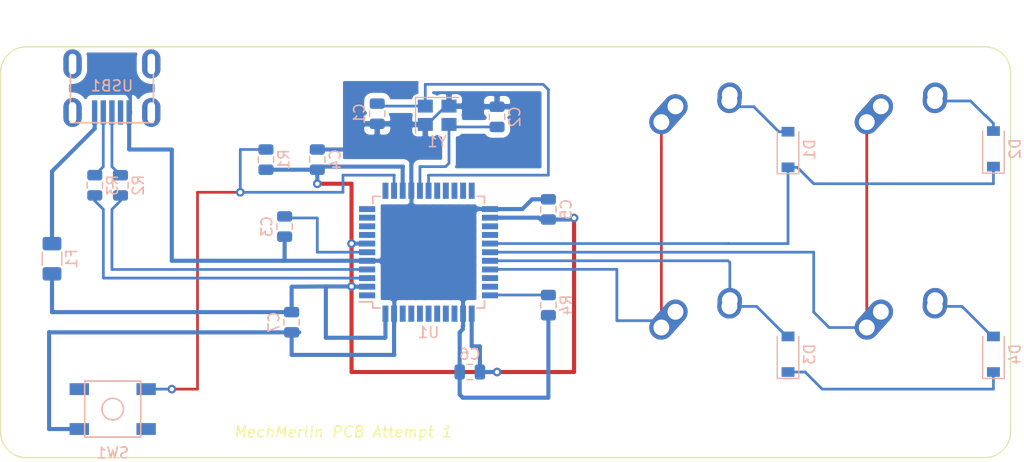
<source format=kicad_pcb>
(kicad_pcb (version 20171130) (host pcbnew "(5.1.5-0-10_14)")

  (general
    (thickness 1.6)
    (drawings 18)
    (tracks 209)
    (zones 0)
    (modules 24)
    (nets 45)
  )

  (page A4)
  (layers
    (0 F.Cu signal)
    (31 B.Cu signal)
    (32 B.Adhes user)
    (33 F.Adhes user)
    (34 B.Paste user)
    (35 F.Paste user)
    (36 B.SilkS user)
    (37 F.SilkS user)
    (38 B.Mask user)
    (39 F.Mask user)
    (40 Dwgs.User user)
    (41 Cmts.User user)
    (42 Eco1.User user)
    (43 Eco2.User user)
    (44 Edge.Cuts user)
    (45 Margin user)
    (46 B.CrtYd user)
    (47 F.CrtYd user)
    (48 B.Fab user)
    (49 F.Fab user)
  )

  (setup
    (last_trace_width 0.254)
    (trace_clearance 0.2)
    (zone_clearance 0.508)
    (zone_45_only no)
    (trace_min 0.2)
    (via_size 0.8)
    (via_drill 0.4)
    (via_min_size 0.4)
    (via_min_drill 0.3)
    (uvia_size 0.3)
    (uvia_drill 0.1)
    (uvias_allowed no)
    (uvia_min_size 0.2)
    (uvia_min_drill 0.1)
    (edge_width 0.05)
    (segment_width 0.2)
    (pcb_text_width 0.3)
    (pcb_text_size 1.5 1.5)
    (mod_edge_width 0.12)
    (mod_text_size 1 1)
    (mod_text_width 0.15)
    (pad_size 1.524 1.524)
    (pad_drill 0.762)
    (pad_to_mask_clearance 0.051)
    (solder_mask_min_width 0.25)
    (aux_axis_origin 0 0)
    (visible_elements FFFFFF7F)
    (pcbplotparams
      (layerselection 0x010fc_ffffffff)
      (usegerberextensions false)
      (usegerberattributes false)
      (usegerberadvancedattributes false)
      (creategerberjobfile false)
      (excludeedgelayer true)
      (linewidth 0.100000)
      (plotframeref false)
      (viasonmask false)
      (mode 1)
      (useauxorigin false)
      (hpglpennumber 1)
      (hpglpenspeed 20)
      (hpglpendiameter 15.000000)
      (psnegative false)
      (psa4output false)
      (plotreference true)
      (plotvalue true)
      (plotinvisibletext false)
      (padsonsilk false)
      (subtractmaskfromsilk false)
      (outputformat 1)
      (mirror false)
      (drillshape 1)
      (scaleselection 1)
      (outputdirectory ""))
  )

  (net 0 "")
  (net 1 GND)
  (net 2 "Net-(C1-Pad1)")
  (net 3 "Net-(C2-Pad1)")
  (net 4 "Net-(C3-Pad1)")
  (net 5 +5V)
  (net 6 "Net-(D1-Pad2)")
  (net 7 ROW0)
  (net 8 "Net-(D2-Pad2)")
  (net 9 ROW1)
  (net 10 "Net-(D3-Pad1)")
  (net 11 "Net-(D4-Pad2)")
  (net 12 VCC)
  (net 13 COL0)
  (net 14 COL1)
  (net 15 "Net-(R1-Pad2)")
  (net 16 D+)
  (net 17 "Net-(R2-Pad1)")
  (net 18 D-)
  (net 19 "Net-(R3-Pad1)")
  (net 20 "Net-(R4-Pad2)")
  (net 21 "Net-(U1-Pad42)")
  (net 22 "Net-(U1-Pad41)")
  (net 23 "Net-(U1-Pad40)")
  (net 24 "Net-(U1-Pad39)")
  (net 25 "Net-(U1-Pad38)")
  (net 26 "Net-(U1-Pad37)")
  (net 27 "Net-(U1-Pad36)")
  (net 28 "Net-(U1-Pad32)")
  (net 29 "Net-(U1-Pad31)")
  (net 30 "Net-(U1-Pad26)")
  (net 31 "Net-(U1-Pad25)")
  (net 32 "Net-(U1-Pad22)")
  (net 33 "Net-(U1-Pad21)")
  (net 34 "Net-(U1-Pad20)")
  (net 35 "Net-(U1-Pad19)")
  (net 36 "Net-(U1-Pad18)")
  (net 37 "Net-(U1-Pad12)")
  (net 38 "Net-(U1-Pad11)")
  (net 39 "Net-(U1-Pad10)")
  (net 40 "Net-(U1-Pad9)")
  (net 41 "Net-(U1-Pad8)")
  (net 42 "Net-(U1-Pad1)")
  (net 43 "Net-(USB1-Pad6)")
  (net 44 "Net-(USB1-Pad2)")

  (net_class Default "This is the default net class."
    (clearance 0.2)
    (trace_width 0.254)
    (via_dia 0.8)
    (via_drill 0.4)
    (uvia_dia 0.3)
    (uvia_drill 0.1)
    (add_net COL0)
    (add_net COL1)
    (add_net D+)
    (add_net D-)
    (add_net "Net-(C1-Pad1)")
    (add_net "Net-(C2-Pad1)")
    (add_net "Net-(C3-Pad1)")
    (add_net "Net-(D1-Pad2)")
    (add_net "Net-(D2-Pad2)")
    (add_net "Net-(D3-Pad1)")
    (add_net "Net-(D4-Pad2)")
    (add_net "Net-(R1-Pad2)")
    (add_net "Net-(R2-Pad1)")
    (add_net "Net-(R3-Pad1)")
    (add_net "Net-(R4-Pad2)")
    (add_net "Net-(U1-Pad1)")
    (add_net "Net-(U1-Pad10)")
    (add_net "Net-(U1-Pad11)")
    (add_net "Net-(U1-Pad12)")
    (add_net "Net-(U1-Pad18)")
    (add_net "Net-(U1-Pad19)")
    (add_net "Net-(U1-Pad20)")
    (add_net "Net-(U1-Pad21)")
    (add_net "Net-(U1-Pad22)")
    (add_net "Net-(U1-Pad25)")
    (add_net "Net-(U1-Pad26)")
    (add_net "Net-(U1-Pad31)")
    (add_net "Net-(U1-Pad32)")
    (add_net "Net-(U1-Pad36)")
    (add_net "Net-(U1-Pad37)")
    (add_net "Net-(U1-Pad38)")
    (add_net "Net-(U1-Pad39)")
    (add_net "Net-(U1-Pad40)")
    (add_net "Net-(U1-Pad41)")
    (add_net "Net-(U1-Pad42)")
    (add_net "Net-(U1-Pad8)")
    (add_net "Net-(U1-Pad9)")
    (add_net "Net-(USB1-Pad2)")
    (add_net "Net-(USB1-Pad6)")
    (add_net ROW0)
    (add_net ROW1)
  )

  (net_class Power ""
    (clearance 0.2)
    (trace_width 0.381)
    (via_dia 0.8)
    (via_drill 0.4)
    (uvia_dia 0.3)
    (uvia_drill 0.1)
    (add_net +5V)
    (add_net GND)
    (add_net VCC)
  )

  (module Crystal:Crystal_SMD_3225-4Pin_3.2x2.5mm (layer B.Cu) (tedit 5A0FD1B2) (tstamp 5DF31885)
    (at 72.23125 81.75625)
    (descr "SMD Crystal SERIES SMD3225/4 http://www.txccrystal.com/images/pdf/7m-accuracy.pdf, 3.2x2.5mm^2 package")
    (tags "SMD SMT crystal")
    (path /5DF2E425)
    (attr smd)
    (fp_text reference Y1 (at 0 2.45) (layer B.SilkS)
      (effects (font (size 1 1) (thickness 0.15)) (justify mirror))
    )
    (fp_text value 16MHz (at 0 -2.45) (layer B.Fab)
      (effects (font (size 1 1) (thickness 0.15)) (justify mirror))
    )
    (fp_line (start 2.1 1.7) (end -2.1 1.7) (layer B.CrtYd) (width 0.05))
    (fp_line (start 2.1 -1.7) (end 2.1 1.7) (layer B.CrtYd) (width 0.05))
    (fp_line (start -2.1 -1.7) (end 2.1 -1.7) (layer B.CrtYd) (width 0.05))
    (fp_line (start -2.1 1.7) (end -2.1 -1.7) (layer B.CrtYd) (width 0.05))
    (fp_line (start -2 -1.65) (end 2 -1.65) (layer B.SilkS) (width 0.12))
    (fp_line (start -2 1.65) (end -2 -1.65) (layer B.SilkS) (width 0.12))
    (fp_line (start -1.6 -0.25) (end -0.6 -1.25) (layer B.Fab) (width 0.1))
    (fp_line (start 1.6 1.25) (end -1.6 1.25) (layer B.Fab) (width 0.1))
    (fp_line (start 1.6 -1.25) (end 1.6 1.25) (layer B.Fab) (width 0.1))
    (fp_line (start -1.6 -1.25) (end 1.6 -1.25) (layer B.Fab) (width 0.1))
    (fp_line (start -1.6 1.25) (end -1.6 -1.25) (layer B.Fab) (width 0.1))
    (fp_text user %R (at 0 0) (layer F.Fab)
      (effects (font (size 0.7 0.7) (thickness 0.105)))
    )
    (pad 4 smd rect (at -1.1 0.85) (size 1.4 1.2) (layers B.Cu B.Paste B.Mask)
      (net 1 GND))
    (pad 3 smd rect (at 1.1 0.85) (size 1.4 1.2) (layers B.Cu B.Paste B.Mask)
      (net 3 "Net-(C2-Pad1)"))
    (pad 2 smd rect (at 1.1 -0.85) (size 1.4 1.2) (layers B.Cu B.Paste B.Mask)
      (net 1 GND))
    (pad 1 smd rect (at -1.1 -0.85) (size 1.4 1.2) (layers B.Cu B.Paste B.Mask)
      (net 2 "Net-(C1-Pad1)"))
    (model ${KISYS3DMOD}/Crystal.3dshapes/Crystal_SMD_3225-4Pin_3.2x2.5mm.wrl
      (at (xyz 0 0 0))
      (scale (xyz 1 1 1))
      (rotate (xyz 0 0 0))
    )
  )

  (module random-keyboard-parts:Molex-0548190589 (layer B.Cu) (tedit 5C494815) (tstamp 5DF31871)
    (at 42.06875 76.99375 270)
    (path /5DF27C81)
    (attr smd)
    (fp_text reference USB1 (at 2.032 0) (layer B.SilkS)
      (effects (font (size 1 1) (thickness 0.15)) (justify mirror))
    )
    (fp_text value Molex-0548190589 (at -5.08 0) (layer Dwgs.User)
      (effects (font (size 1 1) (thickness 0.15)))
    )
    (fp_text user %R (at 2 0) (layer B.CrtYd)
      (effects (font (size 1 1) (thickness 0.15)) (justify mirror))
    )
    (fp_line (start 3.25 1.25) (end 5.5 1.25) (layer B.CrtYd) (width 0.15))
    (fp_line (start 5.5 0.5) (end 3.25 0.5) (layer B.CrtYd) (width 0.15))
    (fp_line (start 3.25 -0.5) (end 5.5 -0.5) (layer B.CrtYd) (width 0.15))
    (fp_line (start 5.5 -1.25) (end 3.25 -1.25) (layer B.CrtYd) (width 0.15))
    (fp_line (start 3.25 -2) (end 5.5 -2) (layer B.CrtYd) (width 0.15))
    (fp_line (start 3.25 2) (end 3.25 -2) (layer B.CrtYd) (width 0.15))
    (fp_line (start 5.5 2) (end 3.25 2) (layer B.CrtYd) (width 0.15))
    (fp_line (start -3.75 -3.75) (end -3.75 3.75) (layer B.CrtYd) (width 0.15))
    (fp_line (start 5.5 -3.75) (end -3.75 -3.75) (layer B.CrtYd) (width 0.15))
    (fp_line (start 5.5 3.75) (end 5.5 -3.75) (layer B.CrtYd) (width 0.15))
    (fp_line (start -3.75 3.75) (end 5.5 3.75) (layer B.CrtYd) (width 0.15))
    (fp_line (start 0 3.85) (end 5.45 3.85) (layer B.SilkS) (width 0.15))
    (fp_line (start 0 -3.85) (end 5.45 -3.85) (layer B.SilkS) (width 0.15))
    (fp_line (start 5.45 3.85) (end 5.45 -3.85) (layer B.SilkS) (width 0.15))
    (fp_line (start -3.75 3.85) (end 0 3.85) (layer Dwgs.User) (width 0.15))
    (fp_line (start -3.75 -3.85) (end 0 -3.85) (layer Dwgs.User) (width 0.15))
    (fp_line (start -1.75 4.572) (end -1.75 -4.572) (layer Dwgs.User) (width 0.15))
    (fp_line (start -3.75 3.85) (end -3.75 -3.85) (layer Dwgs.User) (width 0.15))
    (pad 6 thru_hole oval (at 0 3.65 270) (size 2.7 1.7) (drill oval 1.9 0.7) (layers *.Cu *.Mask)
      (net 43 "Net-(USB1-Pad6)"))
    (pad 6 thru_hole oval (at 0 -3.65 270) (size 2.7 1.7) (drill oval 1.9 0.7) (layers *.Cu *.Mask)
      (net 43 "Net-(USB1-Pad6)"))
    (pad 6 thru_hole oval (at 4.5 -3.65 270) (size 2.7 1.7) (drill oval 1.9 0.7) (layers *.Cu *.Mask)
      (net 43 "Net-(USB1-Pad6)"))
    (pad 6 thru_hole oval (at 4.5 3.65 270) (size 2.7 1.7) (drill oval 1.9 0.7) (layers *.Cu *.Mask)
      (net 43 "Net-(USB1-Pad6)"))
    (pad 5 smd rect (at 4.5 1.6 270) (size 2.25 0.5) (layers B.Cu B.Paste B.Mask)
      (net 12 VCC))
    (pad 4 smd rect (at 4.5 0.8 270) (size 2.25 0.5) (layers B.Cu B.Paste B.Mask)
      (net 18 D-))
    (pad 3 smd rect (at 4.5 0 270) (size 2.25 0.5) (layers B.Cu B.Paste B.Mask)
      (net 16 D+))
    (pad 2 smd rect (at 4.5 -0.8 270) (size 2.25 0.5) (layers B.Cu B.Paste B.Mask)
      (net 44 "Net-(USB1-Pad2)"))
    (pad 1 smd rect (at 4.5 -1.6 270) (size 2.25 0.5) (layers B.Cu B.Paste B.Mask)
      (net 1 GND))
  )

  (module Package_QFP:TQFP-44_10x10mm_P0.8mm (layer B.Cu) (tedit 5A02F146) (tstamp 5DF3248A)
    (at 71.4375 94.45625)
    (descr "44-Lead Plastic Thin Quad Flatpack (PT) - 10x10x1.0 mm Body [TQFP] (see Microchip Packaging Specification 00000049BS.pdf)")
    (tags "QFP 0.8")
    (path /5DF1D500)
    (attr smd)
    (fp_text reference U1 (at 0 7.45) (layer B.SilkS)
      (effects (font (size 1 1) (thickness 0.15)) (justify mirror))
    )
    (fp_text value ATmega32U4-AU (at 0 -7.45) (layer B.Fab)
      (effects (font (size 1 1) (thickness 0.15)) (justify mirror))
    )
    (fp_line (start -5.175 4.6) (end -6.45 4.6) (layer B.SilkS) (width 0.15))
    (fp_line (start 5.175 5.175) (end 4.5 5.175) (layer B.SilkS) (width 0.15))
    (fp_line (start 5.175 -5.175) (end 4.5 -5.175) (layer B.SilkS) (width 0.15))
    (fp_line (start -5.175 -5.175) (end -4.5 -5.175) (layer B.SilkS) (width 0.15))
    (fp_line (start -5.175 5.175) (end -4.5 5.175) (layer B.SilkS) (width 0.15))
    (fp_line (start -5.175 -5.175) (end -5.175 -4.5) (layer B.SilkS) (width 0.15))
    (fp_line (start 5.175 -5.175) (end 5.175 -4.5) (layer B.SilkS) (width 0.15))
    (fp_line (start 5.175 5.175) (end 5.175 4.5) (layer B.SilkS) (width 0.15))
    (fp_line (start -5.175 5.175) (end -5.175 4.6) (layer B.SilkS) (width 0.15))
    (fp_line (start -6.7 -6.7) (end 6.7 -6.7) (layer B.CrtYd) (width 0.05))
    (fp_line (start -6.7 6.7) (end 6.7 6.7) (layer B.CrtYd) (width 0.05))
    (fp_line (start 6.7 6.7) (end 6.7 -6.7) (layer B.CrtYd) (width 0.05))
    (fp_line (start -6.7 6.7) (end -6.7 -6.7) (layer B.CrtYd) (width 0.05))
    (fp_line (start -5 4) (end -4 5) (layer B.Fab) (width 0.15))
    (fp_line (start -5 -5) (end -5 4) (layer B.Fab) (width 0.15))
    (fp_line (start 5 -5) (end -5 -5) (layer B.Fab) (width 0.15))
    (fp_line (start 5 5) (end 5 -5) (layer B.Fab) (width 0.15))
    (fp_line (start -4 5) (end 5 5) (layer B.Fab) (width 0.15))
    (fp_text user %R (at 0 0) (layer F.Fab)
      (effects (font (size 1 1) (thickness 0.15)))
    )
    (pad 44 smd rect (at -4 5.7 270) (size 1.5 0.55) (layers B.Cu B.Paste B.Mask)
      (net 5 +5V))
    (pad 43 smd rect (at -3.2 5.7 270) (size 1.5 0.55) (layers B.Cu B.Paste B.Mask)
      (net 1 GND))
    (pad 42 smd rect (at -2.4 5.7 270) (size 1.5 0.55) (layers B.Cu B.Paste B.Mask)
      (net 21 "Net-(U1-Pad42)"))
    (pad 41 smd rect (at -1.6 5.7 270) (size 1.5 0.55) (layers B.Cu B.Paste B.Mask)
      (net 22 "Net-(U1-Pad41)"))
    (pad 40 smd rect (at -0.8 5.7 270) (size 1.5 0.55) (layers B.Cu B.Paste B.Mask)
      (net 23 "Net-(U1-Pad40)"))
    (pad 39 smd rect (at 0 5.7 270) (size 1.5 0.55) (layers B.Cu B.Paste B.Mask)
      (net 24 "Net-(U1-Pad39)"))
    (pad 38 smd rect (at 0.8 5.7 270) (size 1.5 0.55) (layers B.Cu B.Paste B.Mask)
      (net 25 "Net-(U1-Pad38)"))
    (pad 37 smd rect (at 1.6 5.7 270) (size 1.5 0.55) (layers B.Cu B.Paste B.Mask)
      (net 26 "Net-(U1-Pad37)"))
    (pad 36 smd rect (at 2.4 5.7 270) (size 1.5 0.55) (layers B.Cu B.Paste B.Mask)
      (net 27 "Net-(U1-Pad36)"))
    (pad 35 smd rect (at 3.2 5.7 270) (size 1.5 0.55) (layers B.Cu B.Paste B.Mask)
      (net 1 GND))
    (pad 34 smd rect (at 4 5.7 270) (size 1.5 0.55) (layers B.Cu B.Paste B.Mask)
      (net 5 +5V))
    (pad 33 smd rect (at 5.7 4) (size 1.5 0.55) (layers B.Cu B.Paste B.Mask)
      (net 20 "Net-(R4-Pad2)"))
    (pad 32 smd rect (at 5.7 3.2) (size 1.5 0.55) (layers B.Cu B.Paste B.Mask)
      (net 28 "Net-(U1-Pad32)"))
    (pad 31 smd rect (at 5.7 2.4) (size 1.5 0.55) (layers B.Cu B.Paste B.Mask)
      (net 29 "Net-(U1-Pad31)"))
    (pad 30 smd rect (at 5.7 1.6) (size 1.5 0.55) (layers B.Cu B.Paste B.Mask)
      (net 13 COL0))
    (pad 29 smd rect (at 5.7 0.8) (size 1.5 0.55) (layers B.Cu B.Paste B.Mask)
      (net 9 ROW1))
    (pad 28 smd rect (at 5.7 0) (size 1.5 0.55) (layers B.Cu B.Paste B.Mask)
      (net 14 COL1))
    (pad 27 smd rect (at 5.7 -0.8) (size 1.5 0.55) (layers B.Cu B.Paste B.Mask)
      (net 7 ROW0))
    (pad 26 smd rect (at 5.7 -1.6) (size 1.5 0.55) (layers B.Cu B.Paste B.Mask)
      (net 30 "Net-(U1-Pad26)"))
    (pad 25 smd rect (at 5.7 -2.4) (size 1.5 0.55) (layers B.Cu B.Paste B.Mask)
      (net 31 "Net-(U1-Pad25)"))
    (pad 24 smd rect (at 5.7 -3.2) (size 1.5 0.55) (layers B.Cu B.Paste B.Mask)
      (net 5 +5V))
    (pad 23 smd rect (at 5.7 -4) (size 1.5 0.55) (layers B.Cu B.Paste B.Mask)
      (net 1 GND))
    (pad 22 smd rect (at 4 -5.7 270) (size 1.5 0.55) (layers B.Cu B.Paste B.Mask)
      (net 32 "Net-(U1-Pad22)"))
    (pad 21 smd rect (at 3.2 -5.7 270) (size 1.5 0.55) (layers B.Cu B.Paste B.Mask)
      (net 33 "Net-(U1-Pad21)"))
    (pad 20 smd rect (at 2.4 -5.7 270) (size 1.5 0.55) (layers B.Cu B.Paste B.Mask)
      (net 34 "Net-(U1-Pad20)"))
    (pad 19 smd rect (at 1.6 -5.7 270) (size 1.5 0.55) (layers B.Cu B.Paste B.Mask)
      (net 35 "Net-(U1-Pad19)"))
    (pad 18 smd rect (at 0.8 -5.7 270) (size 1.5 0.55) (layers B.Cu B.Paste B.Mask)
      (net 36 "Net-(U1-Pad18)"))
    (pad 17 smd rect (at 0 -5.7 270) (size 1.5 0.55) (layers B.Cu B.Paste B.Mask)
      (net 2 "Net-(C1-Pad1)"))
    (pad 16 smd rect (at -0.8 -5.7 270) (size 1.5 0.55) (layers B.Cu B.Paste B.Mask)
      (net 3 "Net-(C2-Pad1)"))
    (pad 15 smd rect (at -1.6 -5.7 270) (size 1.5 0.55) (layers B.Cu B.Paste B.Mask)
      (net 1 GND))
    (pad 14 smd rect (at -2.4 -5.7 270) (size 1.5 0.55) (layers B.Cu B.Paste B.Mask)
      (net 5 +5V))
    (pad 13 smd rect (at -3.2 -5.7 270) (size 1.5 0.55) (layers B.Cu B.Paste B.Mask)
      (net 15 "Net-(R1-Pad2)"))
    (pad 12 smd rect (at -4 -5.7 270) (size 1.5 0.55) (layers B.Cu B.Paste B.Mask)
      (net 37 "Net-(U1-Pad12)"))
    (pad 11 smd rect (at -5.7 -4) (size 1.5 0.55) (layers B.Cu B.Paste B.Mask)
      (net 38 "Net-(U1-Pad11)"))
    (pad 10 smd rect (at -5.7 -3.2) (size 1.5 0.55) (layers B.Cu B.Paste B.Mask)
      (net 39 "Net-(U1-Pad10)"))
    (pad 9 smd rect (at -5.7 -2.4) (size 1.5 0.55) (layers B.Cu B.Paste B.Mask)
      (net 40 "Net-(U1-Pad9)"))
    (pad 8 smd rect (at -5.7 -1.6) (size 1.5 0.55) (layers B.Cu B.Paste B.Mask)
      (net 41 "Net-(U1-Pad8)"))
    (pad 7 smd rect (at -5.7 -0.8) (size 1.5 0.55) (layers B.Cu B.Paste B.Mask)
      (net 5 +5V))
    (pad 6 smd rect (at -5.7 0) (size 1.5 0.55) (layers B.Cu B.Paste B.Mask)
      (net 4 "Net-(C3-Pad1)"))
    (pad 5 smd rect (at -5.7 0.8) (size 1.5 0.55) (layers B.Cu B.Paste B.Mask)
      (net 1 GND))
    (pad 4 smd rect (at -5.7 1.6) (size 1.5 0.55) (layers B.Cu B.Paste B.Mask)
      (net 17 "Net-(R2-Pad1)"))
    (pad 3 smd rect (at -5.7 2.4) (size 1.5 0.55) (layers B.Cu B.Paste B.Mask)
      (net 19 "Net-(R3-Pad1)"))
    (pad 2 smd rect (at -5.7 3.2) (size 1.5 0.55) (layers B.Cu B.Paste B.Mask)
      (net 5 +5V))
    (pad 1 smd rect (at -5.7 4) (size 1.5 0.55) (layers B.Cu B.Paste B.Mask)
      (net 42 "Net-(U1-Pad1)"))
    (model ${KISYS3DMOD}/Package_QFP.3dshapes/TQFP-44_10x10mm_P0.8mm.wrl
      (at (xyz 0 0 0))
      (scale (xyz 1 1 1))
      (rotate (xyz 0 0 0))
    )
  )

  (module random-keyboard-parts:SKQG-1155865 (layer B.Cu) (tedit 5C42C5DE) (tstamp 5DF3180E)
    (at 42.14375 109.00625 180)
    (path /5DF3605B)
    (attr smd)
    (fp_text reference SW1 (at 0 -4.064) (layer B.SilkS)
      (effects (font (size 1 1) (thickness 0.15)) (justify mirror))
    )
    (fp_text value SW_Push (at 0 4.064) (layer B.Fab)
      (effects (font (size 1 1) (thickness 0.15)) (justify mirror))
    )
    (fp_line (start -2.6 2.6) (end 2.6 2.6) (layer B.SilkS) (width 0.15))
    (fp_line (start 2.6 2.6) (end 2.6 -2.6) (layer B.SilkS) (width 0.15))
    (fp_line (start 2.6 -2.6) (end -2.6 -2.6) (layer B.SilkS) (width 0.15))
    (fp_line (start -2.6 -2.6) (end -2.6 2.6) (layer B.SilkS) (width 0.15))
    (fp_circle (center 0 0) (end 1 0) (layer B.SilkS) (width 0.15))
    (fp_line (start -4.2 2.6) (end 4.2 2.6) (layer B.Fab) (width 0.15))
    (fp_line (start 4.2 2.6) (end 4.2 1.2) (layer B.Fab) (width 0.15))
    (fp_line (start 4.2 1.1) (end 2.6 1.1) (layer B.Fab) (width 0.15))
    (fp_line (start 2.6 1.1) (end 2.6 -1.1) (layer B.Fab) (width 0.15))
    (fp_line (start 2.6 -1.1) (end 4.2 -1.1) (layer B.Fab) (width 0.15))
    (fp_line (start 4.2 -1.1) (end 4.2 -2.6) (layer B.Fab) (width 0.15))
    (fp_line (start 4.2 -2.6) (end -4.2 -2.6) (layer B.Fab) (width 0.15))
    (fp_line (start -4.2 -2.6) (end -4.2 -1.1) (layer B.Fab) (width 0.15))
    (fp_line (start -4.2 -1.1) (end -2.6 -1.1) (layer B.Fab) (width 0.15))
    (fp_line (start -2.6 -1.1) (end -2.6 1.1) (layer B.Fab) (width 0.15))
    (fp_line (start -2.6 1.1) (end -4.2 1.1) (layer B.Fab) (width 0.15))
    (fp_line (start -4.2 1.1) (end -4.2 2.6) (layer B.Fab) (width 0.15))
    (fp_circle (center 0 0) (end 1 0) (layer B.Fab) (width 0.15))
    (fp_line (start -2.6 1.1) (end -1.1 2.6) (layer B.Fab) (width 0.15))
    (fp_line (start 2.6 1.1) (end 1.1 2.6) (layer B.Fab) (width 0.15))
    (fp_line (start 2.6 -1.1) (end 1.1 -2.6) (layer B.Fab) (width 0.15))
    (fp_line (start -2.6 -1.1) (end -1.1 -2.6) (layer B.Fab) (width 0.15))
    (pad 4 smd rect (at -3.1 -1.85 180) (size 1.8 1.1) (layers B.Cu B.Paste B.Mask))
    (pad 3 smd rect (at 3.1 1.85 180) (size 1.8 1.1) (layers B.Cu B.Paste B.Mask))
    (pad 2 smd rect (at -3.1 1.85 180) (size 1.8 1.1) (layers B.Cu B.Paste B.Mask)
      (net 15 "Net-(R1-Pad2)"))
    (pad 1 smd rect (at 3.1 -1.85 180) (size 1.8 1.1) (layers B.Cu B.Paste B.Mask)
      (net 1 GND))
  )

  (module Resistor_SMD:R_0805_2012Metric (layer B.Cu) (tedit 5B36C52B) (tstamp 5DF317F0)
    (at 82.55 99.3625 90)
    (descr "Resistor SMD 0805 (2012 Metric), square (rectangular) end terminal, IPC_7351 nominal, (Body size source: https://docs.google.com/spreadsheets/d/1BsfQQcO9C6DZCsRaXUlFlo91Tg2WpOkGARC1WS5S8t0/edit?usp=sharing), generated with kicad-footprint-generator")
    (tags resistor)
    (path /5DF209FC)
    (attr smd)
    (fp_text reference R4 (at 0 1.65 90) (layer B.SilkS)
      (effects (font (size 1 1) (thickness 0.15)) (justify mirror))
    )
    (fp_text value 10k (at 0 -1.65 90) (layer B.Fab)
      (effects (font (size 1 1) (thickness 0.15)) (justify mirror))
    )
    (fp_text user %R (at 0 0 90) (layer B.Fab)
      (effects (font (size 0.5 0.5) (thickness 0.08)) (justify mirror))
    )
    (fp_line (start 1.68 -0.95) (end -1.68 -0.95) (layer B.CrtYd) (width 0.05))
    (fp_line (start 1.68 0.95) (end 1.68 -0.95) (layer B.CrtYd) (width 0.05))
    (fp_line (start -1.68 0.95) (end 1.68 0.95) (layer B.CrtYd) (width 0.05))
    (fp_line (start -1.68 -0.95) (end -1.68 0.95) (layer B.CrtYd) (width 0.05))
    (fp_line (start -0.258578 -0.71) (end 0.258578 -0.71) (layer B.SilkS) (width 0.12))
    (fp_line (start -0.258578 0.71) (end 0.258578 0.71) (layer B.SilkS) (width 0.12))
    (fp_line (start 1 -0.6) (end -1 -0.6) (layer B.Fab) (width 0.1))
    (fp_line (start 1 0.6) (end 1 -0.6) (layer B.Fab) (width 0.1))
    (fp_line (start -1 0.6) (end 1 0.6) (layer B.Fab) (width 0.1))
    (fp_line (start -1 -0.6) (end -1 0.6) (layer B.Fab) (width 0.1))
    (pad 2 smd roundrect (at 0.9375 0 90) (size 0.975 1.4) (layers B.Cu B.Paste B.Mask) (roundrect_rratio 0.25)
      (net 20 "Net-(R4-Pad2)"))
    (pad 1 smd roundrect (at -0.9375 0 90) (size 0.975 1.4) (layers B.Cu B.Paste B.Mask) (roundrect_rratio 0.25)
      (net 1 GND))
    (model ${KISYS3DMOD}/Resistor_SMD.3dshapes/R_0805_2012Metric.wrl
      (at (xyz 0 0 0))
      (scale (xyz 1 1 1))
      (rotate (xyz 0 0 0))
    )
  )

  (module Resistor_SMD:R_0805_2012Metric (layer B.Cu) (tedit 5B36C52B) (tstamp 5DF317DF)
    (at 40.48125 88.25 90)
    (descr "Resistor SMD 0805 (2012 Metric), square (rectangular) end terminal, IPC_7351 nominal, (Body size source: https://docs.google.com/spreadsheets/d/1BsfQQcO9C6DZCsRaXUlFlo91Tg2WpOkGARC1WS5S8t0/edit?usp=sharing), generated with kicad-footprint-generator")
    (tags resistor)
    (path /5DF22DA5)
    (attr smd)
    (fp_text reference R3 (at 0 1.65 90) (layer B.SilkS)
      (effects (font (size 1 1) (thickness 0.15)) (justify mirror))
    )
    (fp_text value 22 (at 0 -1.65 90) (layer B.Fab)
      (effects (font (size 1 1) (thickness 0.15)) (justify mirror))
    )
    (fp_text user %R (at 0 0 90) (layer B.Fab)
      (effects (font (size 0.5 0.5) (thickness 0.08)) (justify mirror))
    )
    (fp_line (start 1.68 -0.95) (end -1.68 -0.95) (layer B.CrtYd) (width 0.05))
    (fp_line (start 1.68 0.95) (end 1.68 -0.95) (layer B.CrtYd) (width 0.05))
    (fp_line (start -1.68 0.95) (end 1.68 0.95) (layer B.CrtYd) (width 0.05))
    (fp_line (start -1.68 -0.95) (end -1.68 0.95) (layer B.CrtYd) (width 0.05))
    (fp_line (start -0.258578 -0.71) (end 0.258578 -0.71) (layer B.SilkS) (width 0.12))
    (fp_line (start -0.258578 0.71) (end 0.258578 0.71) (layer B.SilkS) (width 0.12))
    (fp_line (start 1 -0.6) (end -1 -0.6) (layer B.Fab) (width 0.1))
    (fp_line (start 1 0.6) (end 1 -0.6) (layer B.Fab) (width 0.1))
    (fp_line (start -1 0.6) (end 1 0.6) (layer B.Fab) (width 0.1))
    (fp_line (start -1 -0.6) (end -1 0.6) (layer B.Fab) (width 0.1))
    (pad 2 smd roundrect (at 0.9375 0 90) (size 0.975 1.4) (layers B.Cu B.Paste B.Mask) (roundrect_rratio 0.25)
      (net 18 D-))
    (pad 1 smd roundrect (at -0.9375 0 90) (size 0.975 1.4) (layers B.Cu B.Paste B.Mask) (roundrect_rratio 0.25)
      (net 19 "Net-(R3-Pad1)"))
    (model ${KISYS3DMOD}/Resistor_SMD.3dshapes/R_0805_2012Metric.wrl
      (at (xyz 0 0 0))
      (scale (xyz 1 1 1))
      (rotate (xyz 0 0 0))
    )
  )

  (module Resistor_SMD:R_0805_2012Metric (layer B.Cu) (tedit 5B36C52B) (tstamp 5DF317CE)
    (at 42.8625 88.25 90)
    (descr "Resistor SMD 0805 (2012 Metric), square (rectangular) end terminal, IPC_7351 nominal, (Body size source: https://docs.google.com/spreadsheets/d/1BsfQQcO9C6DZCsRaXUlFlo91Tg2WpOkGARC1WS5S8t0/edit?usp=sharing), generated with kicad-footprint-generator")
    (tags resistor)
    (path /5DF2209A)
    (attr smd)
    (fp_text reference R2 (at 0 1.65 90) (layer B.SilkS)
      (effects (font (size 1 1) (thickness 0.15)) (justify mirror))
    )
    (fp_text value 22 (at 0 -1.65 90) (layer B.Fab)
      (effects (font (size 1 1) (thickness 0.15)) (justify mirror))
    )
    (fp_text user %R (at 0 0 90) (layer B.Fab)
      (effects (font (size 0.5 0.5) (thickness 0.08)) (justify mirror))
    )
    (fp_line (start 1.68 -0.95) (end -1.68 -0.95) (layer B.CrtYd) (width 0.05))
    (fp_line (start 1.68 0.95) (end 1.68 -0.95) (layer B.CrtYd) (width 0.05))
    (fp_line (start -1.68 0.95) (end 1.68 0.95) (layer B.CrtYd) (width 0.05))
    (fp_line (start -1.68 -0.95) (end -1.68 0.95) (layer B.CrtYd) (width 0.05))
    (fp_line (start -0.258578 -0.71) (end 0.258578 -0.71) (layer B.SilkS) (width 0.12))
    (fp_line (start -0.258578 0.71) (end 0.258578 0.71) (layer B.SilkS) (width 0.12))
    (fp_line (start 1 -0.6) (end -1 -0.6) (layer B.Fab) (width 0.1))
    (fp_line (start 1 0.6) (end 1 -0.6) (layer B.Fab) (width 0.1))
    (fp_line (start -1 0.6) (end 1 0.6) (layer B.Fab) (width 0.1))
    (fp_line (start -1 -0.6) (end -1 0.6) (layer B.Fab) (width 0.1))
    (pad 2 smd roundrect (at 0.9375 0 90) (size 0.975 1.4) (layers B.Cu B.Paste B.Mask) (roundrect_rratio 0.25)
      (net 16 D+))
    (pad 1 smd roundrect (at -0.9375 0 90) (size 0.975 1.4) (layers B.Cu B.Paste B.Mask) (roundrect_rratio 0.25)
      (net 17 "Net-(R2-Pad1)"))
    (model ${KISYS3DMOD}/Resistor_SMD.3dshapes/R_0805_2012Metric.wrl
      (at (xyz 0 0 0))
      (scale (xyz 1 1 1))
      (rotate (xyz 0 0 0))
    )
  )

  (module Resistor_SMD:R_0805_2012Metric (layer B.Cu) (tedit 5B36C52B) (tstamp 5DF3204D)
    (at 56.35625 85.86875 90)
    (descr "Resistor SMD 0805 (2012 Metric), square (rectangular) end terminal, IPC_7351 nominal, (Body size source: https://docs.google.com/spreadsheets/d/1BsfQQcO9C6DZCsRaXUlFlo91Tg2WpOkGARC1WS5S8t0/edit?usp=sharing), generated with kicad-footprint-generator")
    (tags resistor)
    (path /5DF38929)
    (attr smd)
    (fp_text reference R1 (at 0 1.65 90) (layer B.SilkS)
      (effects (font (size 1 1) (thickness 0.15)) (justify mirror))
    )
    (fp_text value 10k (at 0 -1.65) (layer B.Fab)
      (effects (font (size 1 1) (thickness 0.15)) (justify mirror))
    )
    (fp_text user %R (at 0 0 180) (layer B.Fab)
      (effects (font (size 0.5 0.5) (thickness 0.08)) (justify mirror))
    )
    (fp_line (start 1.68 -0.95) (end -1.68 -0.95) (layer B.CrtYd) (width 0.05))
    (fp_line (start 1.68 0.95) (end 1.68 -0.95) (layer B.CrtYd) (width 0.05))
    (fp_line (start -1.68 0.95) (end 1.68 0.95) (layer B.CrtYd) (width 0.05))
    (fp_line (start -1.68 -0.95) (end -1.68 0.95) (layer B.CrtYd) (width 0.05))
    (fp_line (start -0.258578 -0.71) (end 0.258578 -0.71) (layer B.SilkS) (width 0.12))
    (fp_line (start -0.258578 0.71) (end 0.258578 0.71) (layer B.SilkS) (width 0.12))
    (fp_line (start 1 -0.6) (end -1 -0.6) (layer B.Fab) (width 0.1))
    (fp_line (start 1 0.6) (end 1 -0.6) (layer B.Fab) (width 0.1))
    (fp_line (start -1 0.6) (end 1 0.6) (layer B.Fab) (width 0.1))
    (fp_line (start -1 -0.6) (end -1 0.6) (layer B.Fab) (width 0.1))
    (pad 2 smd roundrect (at 0.9375 0 90) (size 0.975 1.4) (layers B.Cu B.Paste B.Mask) (roundrect_rratio 0.25)
      (net 15 "Net-(R1-Pad2)"))
    (pad 1 smd roundrect (at -0.9375 0 90) (size 0.975 1.4) (layers B.Cu B.Paste B.Mask) (roundrect_rratio 0.25)
      (net 5 +5V))
    (model ${KISYS3DMOD}/Resistor_SMD.3dshapes/R_0805_2012Metric.wrl
      (at (xyz 0 0 0))
      (scale (xyz 1 1 1))
      (rotate (xyz 0 0 0))
    )
  )

  (module MX_Alps_Hybrid:MX-1U-NoLED (layer F.Cu) (tedit 5A9F5203) (tstamp 5DF317AC)
    (at 115.8875 103.98125)
    (path /5DF3AD47)
    (fp_text reference MX4 (at 0 3.175) (layer Dwgs.User)
      (effects (font (size 1 1) (thickness 0.15)))
    )
    (fp_text value MX-NoLED (at 0 -7.9375) (layer Dwgs.User)
      (effects (font (size 1 1) (thickness 0.15)))
    )
    (fp_line (start -9.525 9.525) (end -9.525 -9.525) (layer Dwgs.User) (width 0.15))
    (fp_line (start 9.525 9.525) (end -9.525 9.525) (layer Dwgs.User) (width 0.15))
    (fp_line (start 9.525 -9.525) (end 9.525 9.525) (layer Dwgs.User) (width 0.15))
    (fp_line (start -9.525 -9.525) (end 9.525 -9.525) (layer Dwgs.User) (width 0.15))
    (fp_line (start -7 -7) (end -7 -5) (layer Dwgs.User) (width 0.15))
    (fp_line (start -5 -7) (end -7 -7) (layer Dwgs.User) (width 0.15))
    (fp_line (start -7 7) (end -5 7) (layer Dwgs.User) (width 0.15))
    (fp_line (start -7 5) (end -7 7) (layer Dwgs.User) (width 0.15))
    (fp_line (start 7 7) (end 7 5) (layer Dwgs.User) (width 0.15))
    (fp_line (start 5 7) (end 7 7) (layer Dwgs.User) (width 0.15))
    (fp_line (start 7 -7) (end 7 -5) (layer Dwgs.User) (width 0.15))
    (fp_line (start 5 -7) (end 7 -7) (layer Dwgs.User) (width 0.15))
    (pad "" np_thru_hole circle (at 5.08 0 48.0996) (size 1.75 1.75) (drill 1.75) (layers *.Cu *.Mask))
    (pad "" np_thru_hole circle (at -5.08 0 48.0996) (size 1.75 1.75) (drill 1.75) (layers *.Cu *.Mask))
    (pad 1 thru_hole circle (at -2.5 -4) (size 2.25 2.25) (drill 1.47) (layers *.Cu B.Mask)
      (net 14 COL1))
    (pad "" np_thru_hole circle (at 0 0) (size 3.9878 3.9878) (drill 3.9878) (layers *.Cu *.Mask))
    (pad 1 thru_hole oval (at -3.81 -2.54 48.0996) (size 4.211556 2.25) (drill 1.47 (offset 0.980778 0)) (layers *.Cu B.Mask)
      (net 14 COL1))
    (pad 2 thru_hole circle (at 2.54 -5.08) (size 2.25 2.25) (drill 1.47) (layers *.Cu B.Mask)
      (net 11 "Net-(D4-Pad2)"))
    (pad 2 thru_hole oval (at 2.5 -4.5 86.0548) (size 2.831378 2.25) (drill 1.47 (offset 0.290689 0)) (layers *.Cu B.Mask)
      (net 11 "Net-(D4-Pad2)"))
  )

  (module MX_Alps_Hybrid:MX-1U-NoLED (layer F.Cu) (tedit 5A9F5203) (tstamp 5DF31795)
    (at 96.8375 103.98125)
    (path /5DF39827)
    (fp_text reference MX3 (at 0 3.175) (layer Dwgs.User)
      (effects (font (size 1 1) (thickness 0.15)))
    )
    (fp_text value MX-NoLED (at 0 -7.9375) (layer Dwgs.User)
      (effects (font (size 1 1) (thickness 0.15)))
    )
    (fp_line (start -9.525 9.525) (end -9.525 -9.525) (layer Dwgs.User) (width 0.15))
    (fp_line (start 9.525 9.525) (end -9.525 9.525) (layer Dwgs.User) (width 0.15))
    (fp_line (start 9.525 -9.525) (end 9.525 9.525) (layer Dwgs.User) (width 0.15))
    (fp_line (start -9.525 -9.525) (end 9.525 -9.525) (layer Dwgs.User) (width 0.15))
    (fp_line (start -7 -7) (end -7 -5) (layer Dwgs.User) (width 0.15))
    (fp_line (start -5 -7) (end -7 -7) (layer Dwgs.User) (width 0.15))
    (fp_line (start -7 7) (end -5 7) (layer Dwgs.User) (width 0.15))
    (fp_line (start -7 5) (end -7 7) (layer Dwgs.User) (width 0.15))
    (fp_line (start 7 7) (end 7 5) (layer Dwgs.User) (width 0.15))
    (fp_line (start 5 7) (end 7 7) (layer Dwgs.User) (width 0.15))
    (fp_line (start 7 -7) (end 7 -5) (layer Dwgs.User) (width 0.15))
    (fp_line (start 5 -7) (end 7 -7) (layer Dwgs.User) (width 0.15))
    (pad "" np_thru_hole circle (at 5.08 0 48.0996) (size 1.75 1.75) (drill 1.75) (layers *.Cu *.Mask))
    (pad "" np_thru_hole circle (at -5.08 0 48.0996) (size 1.75 1.75) (drill 1.75) (layers *.Cu *.Mask))
    (pad 1 thru_hole circle (at -2.5 -4) (size 2.25 2.25) (drill 1.47) (layers *.Cu B.Mask)
      (net 13 COL0))
    (pad "" np_thru_hole circle (at 0 0) (size 3.9878 3.9878) (drill 3.9878) (layers *.Cu *.Mask))
    (pad 1 thru_hole oval (at -3.81 -2.54 48.0996) (size 4.211556 2.25) (drill 1.47 (offset 0.980778 0)) (layers *.Cu B.Mask)
      (net 13 COL0))
    (pad 2 thru_hole circle (at 2.54 -5.08) (size 2.25 2.25) (drill 1.47) (layers *.Cu B.Mask)
      (net 9 ROW1))
    (pad 2 thru_hole oval (at 2.5 -4.5 86.0548) (size 2.831378 2.25) (drill 1.47 (offset 0.290689 0)) (layers *.Cu B.Mask)
      (net 9 ROW1))
  )

  (module MX_Alps_Hybrid:MX-1U-NoLED (layer F.Cu) (tedit 5A9F5203) (tstamp 5DF3177E)
    (at 115.8875 84.93125)
    (path /5DF37E92)
    (fp_text reference MX2 (at 0 3.175) (layer Dwgs.User)
      (effects (font (size 1 1) (thickness 0.15)))
    )
    (fp_text value MX-NoLED (at 0 -7.9375) (layer Dwgs.User)
      (effects (font (size 1 1) (thickness 0.15)))
    )
    (fp_line (start -9.525 9.525) (end -9.525 -9.525) (layer Dwgs.User) (width 0.15))
    (fp_line (start 9.525 9.525) (end -9.525 9.525) (layer Dwgs.User) (width 0.15))
    (fp_line (start 9.525 -9.525) (end 9.525 9.525) (layer Dwgs.User) (width 0.15))
    (fp_line (start -9.525 -9.525) (end 9.525 -9.525) (layer Dwgs.User) (width 0.15))
    (fp_line (start -7 -7) (end -7 -5) (layer Dwgs.User) (width 0.15))
    (fp_line (start -5 -7) (end -7 -7) (layer Dwgs.User) (width 0.15))
    (fp_line (start -7 7) (end -5 7) (layer Dwgs.User) (width 0.15))
    (fp_line (start -7 5) (end -7 7) (layer Dwgs.User) (width 0.15))
    (fp_line (start 7 7) (end 7 5) (layer Dwgs.User) (width 0.15))
    (fp_line (start 5 7) (end 7 7) (layer Dwgs.User) (width 0.15))
    (fp_line (start 7 -7) (end 7 -5) (layer Dwgs.User) (width 0.15))
    (fp_line (start 5 -7) (end 7 -7) (layer Dwgs.User) (width 0.15))
    (pad "" np_thru_hole circle (at 5.08 0 48.0996) (size 1.75 1.75) (drill 1.75) (layers *.Cu *.Mask))
    (pad "" np_thru_hole circle (at -5.08 0 48.0996) (size 1.75 1.75) (drill 1.75) (layers *.Cu *.Mask))
    (pad 1 thru_hole circle (at -2.5 -4) (size 2.25 2.25) (drill 1.47) (layers *.Cu B.Mask)
      (net 14 COL1))
    (pad "" np_thru_hole circle (at 0 0) (size 3.9878 3.9878) (drill 3.9878) (layers *.Cu *.Mask))
    (pad 1 thru_hole oval (at -3.81 -2.54 48.0996) (size 4.211556 2.25) (drill 1.47 (offset 0.980778 0)) (layers *.Cu B.Mask)
      (net 14 COL1))
    (pad 2 thru_hole circle (at 2.54 -5.08) (size 2.25 2.25) (drill 1.47) (layers *.Cu B.Mask)
      (net 8 "Net-(D2-Pad2)"))
    (pad 2 thru_hole oval (at 2.5 -4.5 86.0548) (size 2.831378 2.25) (drill 1.47 (offset 0.290689 0)) (layers *.Cu B.Mask)
      (net 8 "Net-(D2-Pad2)"))
  )

  (module MX_Alps_Hybrid:MX-1U-NoLED (layer F.Cu) (tedit 5A9F5203) (tstamp 5DF31767)
    (at 96.8375 84.93125)
    (path /5DF312F9)
    (fp_text reference MX1 (at 0 3.175) (layer Dwgs.User)
      (effects (font (size 1 1) (thickness 0.15)))
    )
    (fp_text value MX-NoLED (at 0 -7.9375) (layer Dwgs.User)
      (effects (font (size 1 1) (thickness 0.15)))
    )
    (fp_line (start -9.525 9.525) (end -9.525 -9.525) (layer Dwgs.User) (width 0.15))
    (fp_line (start 9.525 9.525) (end -9.525 9.525) (layer Dwgs.User) (width 0.15))
    (fp_line (start 9.525 -9.525) (end 9.525 9.525) (layer Dwgs.User) (width 0.15))
    (fp_line (start -9.525 -9.525) (end 9.525 -9.525) (layer Dwgs.User) (width 0.15))
    (fp_line (start -7 -7) (end -7 -5) (layer Dwgs.User) (width 0.15))
    (fp_line (start -5 -7) (end -7 -7) (layer Dwgs.User) (width 0.15))
    (fp_line (start -7 7) (end -5 7) (layer Dwgs.User) (width 0.15))
    (fp_line (start -7 5) (end -7 7) (layer Dwgs.User) (width 0.15))
    (fp_line (start 7 7) (end 7 5) (layer Dwgs.User) (width 0.15))
    (fp_line (start 5 7) (end 7 7) (layer Dwgs.User) (width 0.15))
    (fp_line (start 7 -7) (end 7 -5) (layer Dwgs.User) (width 0.15))
    (fp_line (start 5 -7) (end 7 -7) (layer Dwgs.User) (width 0.15))
    (pad "" np_thru_hole circle (at 5.08 0 48.0996) (size 1.75 1.75) (drill 1.75) (layers *.Cu *.Mask))
    (pad "" np_thru_hole circle (at -5.08 0 48.0996) (size 1.75 1.75) (drill 1.75) (layers *.Cu *.Mask))
    (pad 1 thru_hole circle (at -2.5 -4) (size 2.25 2.25) (drill 1.47) (layers *.Cu B.Mask)
      (net 13 COL0))
    (pad "" np_thru_hole circle (at 0 0) (size 3.9878 3.9878) (drill 3.9878) (layers *.Cu *.Mask))
    (pad 1 thru_hole oval (at -3.81 -2.54 48.0996) (size 4.211556 2.25) (drill 1.47 (offset 0.980778 0)) (layers *.Cu B.Mask)
      (net 13 COL0))
    (pad 2 thru_hole circle (at 2.54 -5.08) (size 2.25 2.25) (drill 1.47) (layers *.Cu B.Mask)
      (net 6 "Net-(D1-Pad2)"))
    (pad 2 thru_hole oval (at 2.5 -4.5 86.0548) (size 2.831378 2.25) (drill 1.47 (offset 0.290689 0)) (layers *.Cu B.Mask)
      (net 6 "Net-(D1-Pad2)"))
  )

  (module Fuse:Fuse_1206_3216Metric (layer B.Cu) (tedit 5B301BBE) (tstamp 5DF3291A)
    (at 36.5125 95.0625 90)
    (descr "Fuse SMD 1206 (3216 Metric), square (rectangular) end terminal, IPC_7351 nominal, (Body size source: http://www.tortai-tech.com/upload/download/2011102023233369053.pdf), generated with kicad-footprint-generator")
    (tags resistor)
    (path /5DF29F12)
    (attr smd)
    (fp_text reference F1 (at 0 1.82 90) (layer B.SilkS)
      (effects (font (size 1 1) (thickness 0.15)) (justify mirror))
    )
    (fp_text value Polyfuse_Small (at 0 -1.82 90) (layer B.Fab)
      (effects (font (size 1 1) (thickness 0.15)) (justify mirror))
    )
    (fp_text user %R (at 0 0 90) (layer B.Fab)
      (effects (font (size 0.8 0.8) (thickness 0.12)) (justify mirror))
    )
    (fp_line (start 2.28 -1.12) (end -2.28 -1.12) (layer B.CrtYd) (width 0.05))
    (fp_line (start 2.28 1.12) (end 2.28 -1.12) (layer B.CrtYd) (width 0.05))
    (fp_line (start -2.28 1.12) (end 2.28 1.12) (layer B.CrtYd) (width 0.05))
    (fp_line (start -2.28 -1.12) (end -2.28 1.12) (layer B.CrtYd) (width 0.05))
    (fp_line (start -0.602064 -0.91) (end 0.602064 -0.91) (layer B.SilkS) (width 0.12))
    (fp_line (start -0.602064 0.91) (end 0.602064 0.91) (layer B.SilkS) (width 0.12))
    (fp_line (start 1.6 -0.8) (end -1.6 -0.8) (layer B.Fab) (width 0.1))
    (fp_line (start 1.6 0.8) (end 1.6 -0.8) (layer B.Fab) (width 0.1))
    (fp_line (start -1.6 0.8) (end 1.6 0.8) (layer B.Fab) (width 0.1))
    (fp_line (start -1.6 -0.8) (end -1.6 0.8) (layer B.Fab) (width 0.1))
    (pad 2 smd roundrect (at 1.4 0 90) (size 1.25 1.75) (layers B.Cu B.Paste B.Mask) (roundrect_rratio 0.2)
      (net 12 VCC))
    (pad 1 smd roundrect (at -1.4 0 90) (size 1.25 1.75) (layers B.Cu B.Paste B.Mask) (roundrect_rratio 0.2)
      (net 5 +5V))
    (model ${KISYS3DMOD}/Fuse.3dshapes/Fuse_1206_3216Metric.wrl
      (at (xyz 0 0 0))
      (scale (xyz 1 1 1))
      (rotate (xyz 0 0 0))
    )
  )

  (module Diode_SMD:D_SOD-123 (layer B.Cu) (tedit 58645DC7) (tstamp 5DF3173F)
    (at 123.825 103.91875 90)
    (descr SOD-123)
    (tags SOD-123)
    (path /5DF3AD4F)
    (attr smd)
    (fp_text reference D4 (at 0 2 270) (layer B.SilkS)
      (effects (font (size 1 1) (thickness 0.15)) (justify mirror))
    )
    (fp_text value D_Small (at 0 -2.1 270) (layer B.Fab)
      (effects (font (size 1 1) (thickness 0.15)) (justify mirror))
    )
    (fp_line (start -2.25 1) (end 1.65 1) (layer B.SilkS) (width 0.12))
    (fp_line (start -2.25 -1) (end 1.65 -1) (layer B.SilkS) (width 0.12))
    (fp_line (start -2.35 1.15) (end -2.35 -1.15) (layer B.CrtYd) (width 0.05))
    (fp_line (start 2.35 -1.15) (end -2.35 -1.15) (layer B.CrtYd) (width 0.05))
    (fp_line (start 2.35 1.15) (end 2.35 -1.15) (layer B.CrtYd) (width 0.05))
    (fp_line (start -2.35 1.15) (end 2.35 1.15) (layer B.CrtYd) (width 0.05))
    (fp_line (start -1.4 0.9) (end 1.4 0.9) (layer B.Fab) (width 0.1))
    (fp_line (start 1.4 0.9) (end 1.4 -0.9) (layer B.Fab) (width 0.1))
    (fp_line (start 1.4 -0.9) (end -1.4 -0.9) (layer B.Fab) (width 0.1))
    (fp_line (start -1.4 -0.9) (end -1.4 0.9) (layer B.Fab) (width 0.1))
    (fp_line (start -0.75 0) (end -0.35 0) (layer B.Fab) (width 0.1))
    (fp_line (start -0.35 0) (end -0.35 0.55) (layer B.Fab) (width 0.1))
    (fp_line (start -0.35 0) (end -0.35 -0.55) (layer B.Fab) (width 0.1))
    (fp_line (start -0.35 0) (end 0.25 0.4) (layer B.Fab) (width 0.1))
    (fp_line (start 0.25 0.4) (end 0.25 -0.4) (layer B.Fab) (width 0.1))
    (fp_line (start 0.25 -0.4) (end -0.35 0) (layer B.Fab) (width 0.1))
    (fp_line (start 0.25 0) (end 0.75 0) (layer B.Fab) (width 0.1))
    (fp_line (start -2.25 1) (end -2.25 -1) (layer B.SilkS) (width 0.12))
    (fp_text user %R (at 0 2 270) (layer B.Fab)
      (effects (font (size 1 1) (thickness 0.15)) (justify mirror))
    )
    (pad 2 smd rect (at 1.65 0 90) (size 0.9 1.2) (layers B.Cu B.Paste B.Mask)
      (net 11 "Net-(D4-Pad2)"))
    (pad 1 smd rect (at -1.65 0 90) (size 0.9 1.2) (layers B.Cu B.Paste B.Mask)
      (net 10 "Net-(D3-Pad1)"))
    (model ${KISYS3DMOD}/Diode_SMD.3dshapes/D_SOD-123.wrl
      (at (xyz 0 0 0))
      (scale (xyz 1 1 1))
      (rotate (xyz 0 0 0))
    )
  )

  (module Diode_SMD:D_SOD-123 (layer B.Cu) (tedit 58645DC7) (tstamp 5DF31726)
    (at 104.775 103.91875 90)
    (descr SOD-123)
    (tags SOD-123)
    (path /5DF3982F)
    (attr smd)
    (fp_text reference D3 (at 0 2 270) (layer B.SilkS)
      (effects (font (size 1 1) (thickness 0.15)) (justify mirror))
    )
    (fp_text value D_Small (at 0 -2.1 270) (layer B.Fab)
      (effects (font (size 1 1) (thickness 0.15)) (justify mirror))
    )
    (fp_line (start -2.25 1) (end 1.65 1) (layer B.SilkS) (width 0.12))
    (fp_line (start -2.25 -1) (end 1.65 -1) (layer B.SilkS) (width 0.12))
    (fp_line (start -2.35 1.15) (end -2.35 -1.15) (layer B.CrtYd) (width 0.05))
    (fp_line (start 2.35 -1.15) (end -2.35 -1.15) (layer B.CrtYd) (width 0.05))
    (fp_line (start 2.35 1.15) (end 2.35 -1.15) (layer B.CrtYd) (width 0.05))
    (fp_line (start -2.35 1.15) (end 2.35 1.15) (layer B.CrtYd) (width 0.05))
    (fp_line (start -1.4 0.9) (end 1.4 0.9) (layer B.Fab) (width 0.1))
    (fp_line (start 1.4 0.9) (end 1.4 -0.9) (layer B.Fab) (width 0.1))
    (fp_line (start 1.4 -0.9) (end -1.4 -0.9) (layer B.Fab) (width 0.1))
    (fp_line (start -1.4 -0.9) (end -1.4 0.9) (layer B.Fab) (width 0.1))
    (fp_line (start -0.75 0) (end -0.35 0) (layer B.Fab) (width 0.1))
    (fp_line (start -0.35 0) (end -0.35 0.55) (layer B.Fab) (width 0.1))
    (fp_line (start -0.35 0) (end -0.35 -0.55) (layer B.Fab) (width 0.1))
    (fp_line (start -0.35 0) (end 0.25 0.4) (layer B.Fab) (width 0.1))
    (fp_line (start 0.25 0.4) (end 0.25 -0.4) (layer B.Fab) (width 0.1))
    (fp_line (start 0.25 -0.4) (end -0.35 0) (layer B.Fab) (width 0.1))
    (fp_line (start 0.25 0) (end 0.75 0) (layer B.Fab) (width 0.1))
    (fp_line (start -2.25 1) (end -2.25 -1) (layer B.SilkS) (width 0.12))
    (fp_text user %R (at 0 2 270) (layer B.Fab)
      (effects (font (size 1 1) (thickness 0.15)) (justify mirror))
    )
    (pad 2 smd rect (at 1.65 0 90) (size 0.9 1.2) (layers B.Cu B.Paste B.Mask)
      (net 9 ROW1))
    (pad 1 smd rect (at -1.65 0 90) (size 0.9 1.2) (layers B.Cu B.Paste B.Mask)
      (net 10 "Net-(D3-Pad1)"))
    (model ${KISYS3DMOD}/Diode_SMD.3dshapes/D_SOD-123.wrl
      (at (xyz 0 0 0))
      (scale (xyz 1 1 1))
      (rotate (xyz 0 0 0))
    )
  )

  (module Diode_SMD:D_SOD-123 (layer B.Cu) (tedit 58645DC7) (tstamp 5DF3170D)
    (at 123.825 84.86875 90)
    (descr SOD-123)
    (tags SOD-123)
    (path /5DF37E9A)
    (attr smd)
    (fp_text reference D2 (at 0 2 270) (layer B.SilkS)
      (effects (font (size 1 1) (thickness 0.15)) (justify mirror))
    )
    (fp_text value D_Small (at 0 -2.1 270) (layer B.Fab)
      (effects (font (size 1 1) (thickness 0.15)) (justify mirror))
    )
    (fp_line (start -2.25 1) (end 1.65 1) (layer B.SilkS) (width 0.12))
    (fp_line (start -2.25 -1) (end 1.65 -1) (layer B.SilkS) (width 0.12))
    (fp_line (start -2.35 1.15) (end -2.35 -1.15) (layer B.CrtYd) (width 0.05))
    (fp_line (start 2.35 -1.15) (end -2.35 -1.15) (layer B.CrtYd) (width 0.05))
    (fp_line (start 2.35 1.15) (end 2.35 -1.15) (layer B.CrtYd) (width 0.05))
    (fp_line (start -2.35 1.15) (end 2.35 1.15) (layer B.CrtYd) (width 0.05))
    (fp_line (start -1.4 0.9) (end 1.4 0.9) (layer B.Fab) (width 0.1))
    (fp_line (start 1.4 0.9) (end 1.4 -0.9) (layer B.Fab) (width 0.1))
    (fp_line (start 1.4 -0.9) (end -1.4 -0.9) (layer B.Fab) (width 0.1))
    (fp_line (start -1.4 -0.9) (end -1.4 0.9) (layer B.Fab) (width 0.1))
    (fp_line (start -0.75 0) (end -0.35 0) (layer B.Fab) (width 0.1))
    (fp_line (start -0.35 0) (end -0.35 0.55) (layer B.Fab) (width 0.1))
    (fp_line (start -0.35 0) (end -0.35 -0.55) (layer B.Fab) (width 0.1))
    (fp_line (start -0.35 0) (end 0.25 0.4) (layer B.Fab) (width 0.1))
    (fp_line (start 0.25 0.4) (end 0.25 -0.4) (layer B.Fab) (width 0.1))
    (fp_line (start 0.25 -0.4) (end -0.35 0) (layer B.Fab) (width 0.1))
    (fp_line (start 0.25 0) (end 0.75 0) (layer B.Fab) (width 0.1))
    (fp_line (start -2.25 1) (end -2.25 -1) (layer B.SilkS) (width 0.12))
    (fp_text user %R (at 0 2 270) (layer B.Fab)
      (effects (font (size 1 1) (thickness 0.15)) (justify mirror))
    )
    (pad 2 smd rect (at 1.65 0 90) (size 0.9 1.2) (layers B.Cu B.Paste B.Mask)
      (net 8 "Net-(D2-Pad2)"))
    (pad 1 smd rect (at -1.65 0 90) (size 0.9 1.2) (layers B.Cu B.Paste B.Mask)
      (net 7 ROW0))
    (model ${KISYS3DMOD}/Diode_SMD.3dshapes/D_SOD-123.wrl
      (at (xyz 0 0 0))
      (scale (xyz 1 1 1))
      (rotate (xyz 0 0 0))
    )
  )

  (module Diode_SMD:D_SOD-123 (layer B.Cu) (tedit 58645DC7) (tstamp 5DF316F4)
    (at 104.775 84.93125 90)
    (descr SOD-123)
    (tags SOD-123)
    (path /5DF319EF)
    (attr smd)
    (fp_text reference D1 (at 0 2 270) (layer B.SilkS)
      (effects (font (size 1 1) (thickness 0.15)) (justify mirror))
    )
    (fp_text value D_Small (at 0 -2.1 270) (layer B.Fab)
      (effects (font (size 1 1) (thickness 0.15)) (justify mirror))
    )
    (fp_line (start -2.25 1) (end 1.65 1) (layer B.SilkS) (width 0.12))
    (fp_line (start -2.25 -1) (end 1.65 -1) (layer B.SilkS) (width 0.12))
    (fp_line (start -2.35 1.15) (end -2.35 -1.15) (layer B.CrtYd) (width 0.05))
    (fp_line (start 2.35 -1.15) (end -2.35 -1.15) (layer B.CrtYd) (width 0.05))
    (fp_line (start 2.35 1.15) (end 2.35 -1.15) (layer B.CrtYd) (width 0.05))
    (fp_line (start -2.35 1.15) (end 2.35 1.15) (layer B.CrtYd) (width 0.05))
    (fp_line (start -1.4 0.9) (end 1.4 0.9) (layer B.Fab) (width 0.1))
    (fp_line (start 1.4 0.9) (end 1.4 -0.9) (layer B.Fab) (width 0.1))
    (fp_line (start 1.4 -0.9) (end -1.4 -0.9) (layer B.Fab) (width 0.1))
    (fp_line (start -1.4 -0.9) (end -1.4 0.9) (layer B.Fab) (width 0.1))
    (fp_line (start -0.75 0) (end -0.35 0) (layer B.Fab) (width 0.1))
    (fp_line (start -0.35 0) (end -0.35 0.55) (layer B.Fab) (width 0.1))
    (fp_line (start -0.35 0) (end -0.35 -0.55) (layer B.Fab) (width 0.1))
    (fp_line (start -0.35 0) (end 0.25 0.4) (layer B.Fab) (width 0.1))
    (fp_line (start 0.25 0.4) (end 0.25 -0.4) (layer B.Fab) (width 0.1))
    (fp_line (start 0.25 -0.4) (end -0.35 0) (layer B.Fab) (width 0.1))
    (fp_line (start 0.25 0) (end 0.75 0) (layer B.Fab) (width 0.1))
    (fp_line (start -2.25 1) (end -2.25 -1) (layer B.SilkS) (width 0.12))
    (fp_text user %R (at 0 2 270) (layer B.Fab)
      (effects (font (size 1 1) (thickness 0.15)) (justify mirror))
    )
    (pad 2 smd rect (at 1.65 0 90) (size 0.9 1.2) (layers B.Cu B.Paste B.Mask)
      (net 6 "Net-(D1-Pad2)"))
    (pad 1 smd rect (at -1.65 0 90) (size 0.9 1.2) (layers B.Cu B.Paste B.Mask)
      (net 7 ROW0))
    (model ${KISYS3DMOD}/Diode_SMD.3dshapes/D_SOD-123.wrl
      (at (xyz 0 0 0))
      (scale (xyz 1 1 1))
      (rotate (xyz 0 0 0))
    )
  )

  (module Capacitor_SMD:C_0805_2012Metric (layer B.Cu) (tedit 5B36C52B) (tstamp 5DF5C769)
    (at 58.7375 100.95 270)
    (descr "Capacitor SMD 0805 (2012 Metric), square (rectangular) end terminal, IPC_7351 nominal, (Body size source: https://docs.google.com/spreadsheets/d/1BsfQQcO9C6DZCsRaXUlFlo91Tg2WpOkGARC1WS5S8t0/edit?usp=sharing), generated with kicad-footprint-generator")
    (tags capacitor)
    (path /5DF27CCF)
    (attr smd)
    (fp_text reference C7 (at 0 1.65 90) (layer B.SilkS)
      (effects (font (size 1 1) (thickness 0.15)) (justify mirror))
    )
    (fp_text value 10uF (at 0 -1.65 90) (layer B.Fab)
      (effects (font (size 1 1) (thickness 0.15)) (justify mirror))
    )
    (fp_text user %R (at 0 0 90) (layer B.Fab)
      (effects (font (size 0.5 0.5) (thickness 0.08)) (justify mirror))
    )
    (fp_line (start 1.68 -0.95) (end -1.68 -0.95) (layer B.CrtYd) (width 0.05))
    (fp_line (start 1.68 0.95) (end 1.68 -0.95) (layer B.CrtYd) (width 0.05))
    (fp_line (start -1.68 0.95) (end 1.68 0.95) (layer B.CrtYd) (width 0.05))
    (fp_line (start -1.68 -0.95) (end -1.68 0.95) (layer B.CrtYd) (width 0.05))
    (fp_line (start -0.258578 -0.71) (end 0.258578 -0.71) (layer B.SilkS) (width 0.12))
    (fp_line (start -0.258578 0.71) (end 0.258578 0.71) (layer B.SilkS) (width 0.12))
    (fp_line (start 1 -0.6) (end -1 -0.6) (layer B.Fab) (width 0.1))
    (fp_line (start 1 0.6) (end 1 -0.6) (layer B.Fab) (width 0.1))
    (fp_line (start -1 0.6) (end 1 0.6) (layer B.Fab) (width 0.1))
    (fp_line (start -1 -0.6) (end -1 0.6) (layer B.Fab) (width 0.1))
    (pad 2 smd roundrect (at 0.9375 0 270) (size 0.975 1.4) (layers B.Cu B.Paste B.Mask) (roundrect_rratio 0.25)
      (net 1 GND))
    (pad 1 smd roundrect (at -0.9375 0 270) (size 0.975 1.4) (layers B.Cu B.Paste B.Mask) (roundrect_rratio 0.25)
      (net 5 +5V))
    (model ${KISYS3DMOD}/Capacitor_SMD.3dshapes/C_0805_2012Metric.wrl
      (at (xyz 0 0 0))
      (scale (xyz 1 1 1))
      (rotate (xyz 0 0 0))
    )
  )

  (module Capacitor_SMD:C_0805_2012Metric (layer B.Cu) (tedit 5B36C52B) (tstamp 5DF316CA)
    (at 75.2625 105.56875 180)
    (descr "Capacitor SMD 0805 (2012 Metric), square (rectangular) end terminal, IPC_7351 nominal, (Body size source: https://docs.google.com/spreadsheets/d/1BsfQQcO9C6DZCsRaXUlFlo91Tg2WpOkGARC1WS5S8t0/edit?usp=sharing), generated with kicad-footprint-generator")
    (tags capacitor)
    (path /5DF27A45)
    (attr smd)
    (fp_text reference C6 (at 0 1.65) (layer B.SilkS)
      (effects (font (size 1 1) (thickness 0.15)) (justify mirror))
    )
    (fp_text value 0.1uF (at 0 -1.65) (layer B.Fab)
      (effects (font (size 1 1) (thickness 0.15)) (justify mirror))
    )
    (fp_text user %R (at 0 0) (layer B.Fab)
      (effects (font (size 0.5 0.5) (thickness 0.08)) (justify mirror))
    )
    (fp_line (start 1.68 -0.95) (end -1.68 -0.95) (layer B.CrtYd) (width 0.05))
    (fp_line (start 1.68 0.95) (end 1.68 -0.95) (layer B.CrtYd) (width 0.05))
    (fp_line (start -1.68 0.95) (end 1.68 0.95) (layer B.CrtYd) (width 0.05))
    (fp_line (start -1.68 -0.95) (end -1.68 0.95) (layer B.CrtYd) (width 0.05))
    (fp_line (start -0.258578 -0.71) (end 0.258578 -0.71) (layer B.SilkS) (width 0.12))
    (fp_line (start -0.258578 0.71) (end 0.258578 0.71) (layer B.SilkS) (width 0.12))
    (fp_line (start 1 -0.6) (end -1 -0.6) (layer B.Fab) (width 0.1))
    (fp_line (start 1 0.6) (end 1 -0.6) (layer B.Fab) (width 0.1))
    (fp_line (start -1 0.6) (end 1 0.6) (layer B.Fab) (width 0.1))
    (fp_line (start -1 -0.6) (end -1 0.6) (layer B.Fab) (width 0.1))
    (pad 2 smd roundrect (at 0.9375 0 180) (size 0.975 1.4) (layers B.Cu B.Paste B.Mask) (roundrect_rratio 0.25)
      (net 1 GND))
    (pad 1 smd roundrect (at -0.9375 0 180) (size 0.975 1.4) (layers B.Cu B.Paste B.Mask) (roundrect_rratio 0.25)
      (net 5 +5V))
    (model ${KISYS3DMOD}/Capacitor_SMD.3dshapes/C_0805_2012Metric.wrl
      (at (xyz 0 0 0))
      (scale (xyz 1 1 1))
      (rotate (xyz 0 0 0))
    )
  )

  (module Capacitor_SMD:C_0805_2012Metric (layer B.Cu) (tedit 5B36C52B) (tstamp 5DF316B9)
    (at 82.55 90.4875 90)
    (descr "Capacitor SMD 0805 (2012 Metric), square (rectangular) end terminal, IPC_7351 nominal, (Body size source: https://docs.google.com/spreadsheets/d/1BsfQQcO9C6DZCsRaXUlFlo91Tg2WpOkGARC1WS5S8t0/edit?usp=sharing), generated with kicad-footprint-generator")
    (tags capacitor)
    (path /5DF27606)
    (attr smd)
    (fp_text reference C5 (at 0 1.65 90) (layer B.SilkS)
      (effects (font (size 1 1) (thickness 0.15)) (justify mirror))
    )
    (fp_text value 0.1uF (at 0 -1.65 90) (layer B.Fab)
      (effects (font (size 1 1) (thickness 0.15)) (justify mirror))
    )
    (fp_text user %R (at 0 0 90) (layer B.Fab)
      (effects (font (size 0.5 0.5) (thickness 0.08)) (justify mirror))
    )
    (fp_line (start 1.68 -0.95) (end -1.68 -0.95) (layer B.CrtYd) (width 0.05))
    (fp_line (start 1.68 0.95) (end 1.68 -0.95) (layer B.CrtYd) (width 0.05))
    (fp_line (start -1.68 0.95) (end 1.68 0.95) (layer B.CrtYd) (width 0.05))
    (fp_line (start -1.68 -0.95) (end -1.68 0.95) (layer B.CrtYd) (width 0.05))
    (fp_line (start -0.258578 -0.71) (end 0.258578 -0.71) (layer B.SilkS) (width 0.12))
    (fp_line (start -0.258578 0.71) (end 0.258578 0.71) (layer B.SilkS) (width 0.12))
    (fp_line (start 1 -0.6) (end -1 -0.6) (layer B.Fab) (width 0.1))
    (fp_line (start 1 0.6) (end 1 -0.6) (layer B.Fab) (width 0.1))
    (fp_line (start -1 0.6) (end 1 0.6) (layer B.Fab) (width 0.1))
    (fp_line (start -1 -0.6) (end -1 0.6) (layer B.Fab) (width 0.1))
    (pad 2 smd roundrect (at 0.9375 0 90) (size 0.975 1.4) (layers B.Cu B.Paste B.Mask) (roundrect_rratio 0.25)
      (net 1 GND))
    (pad 1 smd roundrect (at -0.9375 0 90) (size 0.975 1.4) (layers B.Cu B.Paste B.Mask) (roundrect_rratio 0.25)
      (net 5 +5V))
    (model ${KISYS3DMOD}/Capacitor_SMD.3dshapes/C_0805_2012Metric.wrl
      (at (xyz 0 0 0))
      (scale (xyz 1 1 1))
      (rotate (xyz 0 0 0))
    )
  )

  (module Capacitor_SMD:C_0805_2012Metric (layer B.Cu) (tedit 5B36C52B) (tstamp 5DF31F1A)
    (at 61.11875 85.86875 90)
    (descr "Capacitor SMD 0805 (2012 Metric), square (rectangular) end terminal, IPC_7351 nominal, (Body size source: https://docs.google.com/spreadsheets/d/1BsfQQcO9C6DZCsRaXUlFlo91Tg2WpOkGARC1WS5S8t0/edit?usp=sharing), generated with kicad-footprint-generator")
    (tags capacitor)
    (path /5DF26E68)
    (attr smd)
    (fp_text reference C4 (at 0 1.65 270) (layer B.SilkS)
      (effects (font (size 1 1) (thickness 0.15)) (justify mirror))
    )
    (fp_text value 0.1uF (at 0 -1.65 270) (layer B.Fab)
      (effects (font (size 1 1) (thickness 0.15)) (justify mirror))
    )
    (fp_text user %R (at 0 0 270) (layer B.Fab)
      (effects (font (size 0.5 0.5) (thickness 0.08)) (justify mirror))
    )
    (fp_line (start 1.68 -0.95) (end -1.68 -0.95) (layer B.CrtYd) (width 0.05))
    (fp_line (start 1.68 0.95) (end 1.68 -0.95) (layer B.CrtYd) (width 0.05))
    (fp_line (start -1.68 0.95) (end 1.68 0.95) (layer B.CrtYd) (width 0.05))
    (fp_line (start -1.68 -0.95) (end -1.68 0.95) (layer B.CrtYd) (width 0.05))
    (fp_line (start -0.258578 -0.71) (end 0.258578 -0.71) (layer B.SilkS) (width 0.12))
    (fp_line (start -0.258578 0.71) (end 0.258578 0.71) (layer B.SilkS) (width 0.12))
    (fp_line (start 1 -0.6) (end -1 -0.6) (layer B.Fab) (width 0.1))
    (fp_line (start 1 0.6) (end 1 -0.6) (layer B.Fab) (width 0.1))
    (fp_line (start -1 0.6) (end 1 0.6) (layer B.Fab) (width 0.1))
    (fp_line (start -1 -0.6) (end -1 0.6) (layer B.Fab) (width 0.1))
    (pad 2 smd roundrect (at 0.9375 0 90) (size 0.975 1.4) (layers B.Cu B.Paste B.Mask) (roundrect_rratio 0.25)
      (net 1 GND))
    (pad 1 smd roundrect (at -0.9375 0 90) (size 0.975 1.4) (layers B.Cu B.Paste B.Mask) (roundrect_rratio 0.25)
      (net 5 +5V))
    (model ${KISYS3DMOD}/Capacitor_SMD.3dshapes/C_0805_2012Metric.wrl
      (at (xyz 0 0 0))
      (scale (xyz 1 1 1))
      (rotate (xyz 0 0 0))
    )
  )

  (module Capacitor_SMD:C_0805_2012Metric (layer B.Cu) (tedit 5B36C52B) (tstamp 5DF32B35)
    (at 58.0875 92.075 270)
    (descr "Capacitor SMD 0805 (2012 Metric), square (rectangular) end terminal, IPC_7351 nominal, (Body size source: https://docs.google.com/spreadsheets/d/1BsfQQcO9C6DZCsRaXUlFlo91Tg2WpOkGARC1WS5S8t0/edit?usp=sharing), generated with kicad-footprint-generator")
    (tags capacitor)
    (path /5DF245B8)
    (attr smd)
    (fp_text reference C3 (at 0 1.65 90) (layer B.SilkS)
      (effects (font (size 1 1) (thickness 0.15)) (justify mirror))
    )
    (fp_text value 1uF (at 0 -1.65 90) (layer B.Fab)
      (effects (font (size 1 1) (thickness 0.15)) (justify mirror))
    )
    (fp_text user %R (at 0 0 90) (layer B.Fab)
      (effects (font (size 0.5 0.5) (thickness 0.08)) (justify mirror))
    )
    (fp_line (start 1.68 -0.95) (end -1.68 -0.95) (layer B.CrtYd) (width 0.05))
    (fp_line (start 1.68 0.95) (end 1.68 -0.95) (layer B.CrtYd) (width 0.05))
    (fp_line (start -1.68 0.95) (end 1.68 0.95) (layer B.CrtYd) (width 0.05))
    (fp_line (start -1.68 -0.95) (end -1.68 0.95) (layer B.CrtYd) (width 0.05))
    (fp_line (start -0.258578 -0.71) (end 0.258578 -0.71) (layer B.SilkS) (width 0.12))
    (fp_line (start -0.258578 0.71) (end 0.258578 0.71) (layer B.SilkS) (width 0.12))
    (fp_line (start 1 -0.6) (end -1 -0.6) (layer B.Fab) (width 0.1))
    (fp_line (start 1 0.6) (end 1 -0.6) (layer B.Fab) (width 0.1))
    (fp_line (start -1 0.6) (end 1 0.6) (layer B.Fab) (width 0.1))
    (fp_line (start -1 -0.6) (end -1 0.6) (layer B.Fab) (width 0.1))
    (pad 2 smd roundrect (at 0.9375 0 270) (size 0.975 1.4) (layers B.Cu B.Paste B.Mask) (roundrect_rratio 0.25)
      (net 1 GND))
    (pad 1 smd roundrect (at -0.9375 0 270) (size 0.975 1.4) (layers B.Cu B.Paste B.Mask) (roundrect_rratio 0.25)
      (net 4 "Net-(C3-Pad1)"))
    (model ${KISYS3DMOD}/Capacitor_SMD.3dshapes/C_0805_2012Metric.wrl
      (at (xyz 0 0 0))
      (scale (xyz 1 1 1))
      (rotate (xyz 0 0 0))
    )
  )

  (module Capacitor_SMD:C_0805_2012Metric (layer B.Cu) (tedit 5B36C52B) (tstamp 5DF32898)
    (at 77.7875 81.9 90)
    (descr "Capacitor SMD 0805 (2012 Metric), square (rectangular) end terminal, IPC_7351 nominal, (Body size source: https://docs.google.com/spreadsheets/d/1BsfQQcO9C6DZCsRaXUlFlo91Tg2WpOkGARC1WS5S8t0/edit?usp=sharing), generated with kicad-footprint-generator")
    (tags capacitor)
    (path /5DF3133F)
    (attr smd)
    (fp_text reference C2 (at 0 1.65 90) (layer B.SilkS)
      (effects (font (size 1 1) (thickness 0.15)) (justify mirror))
    )
    (fp_text value 22pF (at 0 -1.65 90) (layer B.Fab)
      (effects (font (size 1 1) (thickness 0.15)) (justify mirror))
    )
    (fp_text user %R (at 0 0 90) (layer B.Fab)
      (effects (font (size 0.5 0.5) (thickness 0.08)) (justify mirror))
    )
    (fp_line (start 1.68 -0.95) (end -1.68 -0.95) (layer B.CrtYd) (width 0.05))
    (fp_line (start 1.68 0.95) (end 1.68 -0.95) (layer B.CrtYd) (width 0.05))
    (fp_line (start -1.68 0.95) (end 1.68 0.95) (layer B.CrtYd) (width 0.05))
    (fp_line (start -1.68 -0.95) (end -1.68 0.95) (layer B.CrtYd) (width 0.05))
    (fp_line (start -0.258578 -0.71) (end 0.258578 -0.71) (layer B.SilkS) (width 0.12))
    (fp_line (start -0.258578 0.71) (end 0.258578 0.71) (layer B.SilkS) (width 0.12))
    (fp_line (start 1 -0.6) (end -1 -0.6) (layer B.Fab) (width 0.1))
    (fp_line (start 1 0.6) (end 1 -0.6) (layer B.Fab) (width 0.1))
    (fp_line (start -1 0.6) (end 1 0.6) (layer B.Fab) (width 0.1))
    (fp_line (start -1 -0.6) (end -1 0.6) (layer B.Fab) (width 0.1))
    (pad 2 smd roundrect (at 0.9375 0 90) (size 0.975 1.4) (layers B.Cu B.Paste B.Mask) (roundrect_rratio 0.25)
      (net 1 GND))
    (pad 1 smd roundrect (at -0.9375 0 90) (size 0.975 1.4) (layers B.Cu B.Paste B.Mask) (roundrect_rratio 0.25)
      (net 3 "Net-(C2-Pad1)"))
    (model ${KISYS3DMOD}/Capacitor_SMD.3dshapes/C_0805_2012Metric.wrl
      (at (xyz 0 0 0))
      (scale (xyz 1 1 1))
      (rotate (xyz 0 0 0))
    )
  )

  (module Capacitor_SMD:C_0805_2012Metric (layer B.Cu) (tedit 5B36C52B) (tstamp 5DF32AC2)
    (at 66.675 81.6125 270)
    (descr "Capacitor SMD 0805 (2012 Metric), square (rectangular) end terminal, IPC_7351 nominal, (Body size source: https://docs.google.com/spreadsheets/d/1BsfQQcO9C6DZCsRaXUlFlo91Tg2WpOkGARC1WS5S8t0/edit?usp=sharing), generated with kicad-footprint-generator")
    (tags capacitor)
    (path /5DF301BF)
    (attr smd)
    (fp_text reference C1 (at 0 1.65 90) (layer B.SilkS)
      (effects (font (size 1 1) (thickness 0.15)) (justify mirror))
    )
    (fp_text value 22pF (at 0 -1.65 90) (layer B.Fab)
      (effects (font (size 1 1) (thickness 0.15)) (justify mirror))
    )
    (fp_text user %R (at 0 0) (layer B.Fab)
      (effects (font (size 0.5 0.5) (thickness 0.08)) (justify mirror))
    )
    (fp_line (start 1.68 -0.95) (end -1.68 -0.95) (layer B.CrtYd) (width 0.05))
    (fp_line (start 1.68 0.95) (end 1.68 -0.95) (layer B.CrtYd) (width 0.05))
    (fp_line (start -1.68 0.95) (end 1.68 0.95) (layer B.CrtYd) (width 0.05))
    (fp_line (start -1.68 -0.95) (end -1.68 0.95) (layer B.CrtYd) (width 0.05))
    (fp_line (start -0.258578 -0.71) (end 0.258578 -0.71) (layer B.SilkS) (width 0.12))
    (fp_line (start -0.258578 0.71) (end 0.258578 0.71) (layer B.SilkS) (width 0.12))
    (fp_line (start 1 -0.6) (end -1 -0.6) (layer B.Fab) (width 0.1))
    (fp_line (start 1 0.6) (end 1 -0.6) (layer B.Fab) (width 0.1))
    (fp_line (start -1 0.6) (end 1 0.6) (layer B.Fab) (width 0.1))
    (fp_line (start -1 -0.6) (end -1 0.6) (layer B.Fab) (width 0.1))
    (pad 2 smd roundrect (at 0.9375 0 270) (size 0.975 1.4) (layers B.Cu B.Paste B.Mask) (roundrect_rratio 0.25)
      (net 1 GND))
    (pad 1 smd roundrect (at -0.9375 0 270) (size 0.975 1.4) (layers B.Cu B.Paste B.Mask) (roundrect_rratio 0.25)
      (net 2 "Net-(C1-Pad1)"))
    (model ${KISYS3DMOD}/Capacitor_SMD.3dshapes/C_0805_2012Metric.wrl
      (at (xyz 0 0 0))
      (scale (xyz 1 1 1))
      (rotate (xyz 0 0 0))
    )
  )

  (gr_text "MechMerlin PCB Attempt 1" (at 63.5 111.125) (layer F.SilkS)
    (effects (font (size 1 1) (thickness 0.15) italic))
  )
  (gr_line (start 31.75 77.7875) (end 31.75 111.125) (layer Edge.Cuts) (width 0.05) (tstamp 5DF3B849))
  (gr_line (start 125.4125 77.7875) (end 125.4125 111.125) (layer Edge.Cuts) (width 0.05) (tstamp 5DF3B841))
  (gr_line (start 34.13125 113.50625) (end 123.03125 113.50625) (layer Edge.Cuts) (width 0.05) (tstamp 5DF3B83A))
  (gr_line (start 123.03125 75.40625) (end 34.13125 75.40625) (layer Edge.Cuts) (width 0.05) (tstamp 5DF3B830))
  (gr_arc (start 34.13125 77.7875) (end 34.13125 75.40625) (angle -90) (layer Edge.Cuts) (width 0.05))
  (gr_arc (start 34.13125 111.125) (end 31.75 111.125) (angle -90) (layer Edge.Cuts) (width 0.05))
  (gr_arc (start 123.03125 111.125) (end 123.03125 113.50625) (angle -90) (layer Edge.Cuts) (width 0.05))
  (gr_arc (start 123.03125 77.7875) (end 125.4125 77.7875) (angle -90) (layer Edge.Cuts) (width 0.05))
  (gr_arc (start 123.03125 77.7875) (end 125.4125 77.7875) (angle -90) (layer F.SilkS) (width 0.12))
  (gr_arc (start 34.13125 111.125) (end 31.75 111.125) (angle -90) (layer F.SilkS) (width 0.12))
  (gr_arc (start 34.13125 77.7875) (end 34.13125 75.40625) (angle -90) (layer F.SilkS) (width 0.12))
  (gr_line (start 31.75 111.125) (end 31.75 77.7875) (layer F.SilkS) (width 0.12) (tstamp 5DF337B5))
  (gr_line (start 123.03125 113.50625) (end 34.13125 113.50625) (layer F.SilkS) (width 0.12))
  (gr_line (start 123.03125 75.40625) (end 34.13125 75.40625) (layer F.SilkS) (width 0.12))
  (gr_line (start 125.4125 77.7875) (end 125.4125 111.125) (layer F.SilkS) (width 0.12) (tstamp 5DF33714))
  (gr_arc (start 123.03125 111.125) (end 123.03125 113.50625) (angle -90) (layer F.SilkS) (width 0.12))
  (gr_arc (start 123.03125 77.7875) (end 125.4125 77.7875) (angle -90) (layer F.SilkS) (width 0.12))

  (segment (start 73.3875 80.9625) (end 73.33125 80.90625) (width 0.381) (layer B.Cu) (net 1))
  (segment (start 77.7875 80.9625) (end 73.3875 80.9625) (width 0.381) (layer B.Cu) (net 1))
  (segment (start 77.1375 90.45625) (end 80.1375 90.45625) (width 0.381) (layer B.Cu) (net 1))
  (segment (start 81.04375 89.55) (end 82.55 89.55) (width 0.381) (layer B.Cu) (net 1))
  (segment (start 80.1375 90.45625) (end 81.04375 89.55) (width 0.381) (layer B.Cu) (net 1))
  (segment (start 76.0065 90.45625) (end 75.97525 90.4875) (width 0.381) (layer B.Cu) (net 1))
  (segment (start 77.1375 90.45625) (end 76.0065 90.45625) (width 0.381) (layer B.Cu) (net 1))
  (segment (start 75.97525 90.4875) (end 74.6125 90.4875) (width 0.381) (layer B.Cu) (net 1))
  (segment (start 74.6375 99.02525) (end 74.6375 100.15625) (width 0.381) (layer B.Cu) (net 1))
  (segment (start 74.6125 90.4875) (end 74.6375 90.5125) (width 0.381) (layer B.Cu) (net 1))
  (segment (start 68.2375 100.15625) (end 68.2375 100.0375) (width 0.381) (layer B.Cu) (net 1))
  (segment (start 68.2375 100.0375) (end 68.2625 100.0125) (width 0.381) (layer B.Cu) (net 1))
  (segment (start 68.2625 100.0125) (end 68.2625 95.25) (width 0.381) (layer B.Cu) (net 1))
  (segment (start 74.6125 95.25) (end 74.6375 99.02525) (width 0.381) (layer B.Cu) (net 1))
  (segment (start 68.2625 95.25) (end 74.6125 95.25) (width 0.381) (layer B.Cu) (net 1))
  (segment (start 74.6375 90.5125) (end 74.6125 95.25) (width 0.381) (layer B.Cu) (net 1))
  (segment (start 65.7375 95.25625) (end 65.875 95.25625) (width 0.381) (layer B.Cu) (net 1))
  (segment (start 65.88125 95.25) (end 68.2625 95.25) (width 0.381) (layer B.Cu) (net 1))
  (segment (start 65.875 95.25625) (end 65.88125 95.25) (width 0.381) (layer B.Cu) (net 1))
  (segment (start 69.8375 88.75625) (end 69.8375 88.8875) (width 0.381) (layer B.Cu) (net 1))
  (segment (start 69.8375 88.8875) (end 69.85 88.9) (width 0.381) (layer B.Cu) (net 1))
  (segment (start 69.85 88.9) (end 69.85 90.4875) (width 0.381) (layer B.Cu) (net 1))
  (segment (start 69.85 90.4875) (end 74.6125 90.4875) (width 0.381) (layer B.Cu) (net 1))
  (segment (start 82.55 107.95) (end 74.6125 107.95) (width 0.381) (layer B.Cu) (net 1))
  (segment (start 74.325 107.6625) (end 74.325 105.56875) (width 0.381) (layer B.Cu) (net 1))
  (segment (start 74.6125 107.95) (end 74.325 107.6625) (width 0.381) (layer B.Cu) (net 1))
  (segment (start 82.55 100.3) (end 82.55 107.95) (width 0.381) (layer B.Cu) (net 1))
  (segment (start 74.6375 101.28725) (end 74.6125 101.31225) (width 0.381) (layer B.Cu) (net 1))
  (segment (start 74.6375 100.15625) (end 74.6375 101.28725) (width 0.381) (layer B.Cu) (net 1))
  (segment (start 74.6125 101.31225) (end 74.6125 101.6) (width 0.381) (layer B.Cu) (net 1))
  (segment (start 74.325 101.8875) (end 74.325 105.56875) (width 0.381) (layer B.Cu) (net 1))
  (segment (start 74.6125 101.6) (end 74.325 101.8875) (width 0.381) (layer B.Cu) (net 1))
  (segment (start 39.04375 110.85625) (end 36.24375 110.85625) (width 0.381) (layer B.Cu) (net 1))
  (segment (start 36.24375 110.85625) (end 36.24375 101.86875) (width 0.381) (layer B.Cu) (net 1))
  (segment (start 36.2625 101.8875) (end 58.7375 101.8875) (width 0.381) (layer B.Cu) (net 1))
  (segment (start 36.24375 101.86875) (end 36.2625 101.8875) (width 0.381) (layer B.Cu) (net 1))
  (segment (start 68.2375 100.15625) (end 68.2375 100.78125) (width 0.381) (layer B.Cu) (net 1))
  (segment (start 68.2375 100.78125) (end 68.2625 100.80625) (width 0.381) (layer B.Cu) (net 1))
  (segment (start 59.4375 101.8875) (end 58.7375 101.8875) (width 0.381) (layer B.Cu) (net 1))
  (segment (start 68.2625 100.80625) (end 68.2625 101.059152) (width 0.381) (layer B.Cu) (net 1))
  (segment (start 43.66875 81.49375) (end 43.66875 84.91875) (width 0.381) (layer B.Cu) (net 1))
  (segment (start 43.66875 84.91875) (end 43.68125 84.93125) (width 0.381) (layer B.Cu) (net 1))
  (segment (start 43.68125 84.93125) (end 47.625 84.93125) (width 0.381) (layer B.Cu) (net 1))
  (segment (start 47.625 84.93125) (end 47.625 95.25) (width 0.381) (layer B.Cu) (net 1))
  (segment (start 58.0875 95.10625) (end 57.94375 95.25) (width 0.381) (layer B.Cu) (net 1))
  (segment (start 57.94375 95.25) (end 65.0875 95.25) (width 0.381) (layer B.Cu) (net 1))
  (segment (start 58.0875 93.0125) (end 58.0875 95.10625) (width 0.381) (layer B.Cu) (net 1))
  (segment (start 47.625 95.25) (end 57.94375 95.25) (width 0.381) (layer B.Cu) (net 1))
  (segment (start 71.13125 82.60625) (end 71.13125 84.625) (width 0.381) (layer B.Cu) (net 1))
  (segment (start 71.13125 84.625) (end 70.825 84.93125) (width 0.381) (layer B.Cu) (net 1))
  (segment (start 70.825 84.93125) (end 69.85 84.93125) (width 0.381) (layer B.Cu) (net 1))
  (segment (start 69.8375 84.94375) (end 69.8375 88.75625) (width 0.381) (layer B.Cu) (net 1))
  (segment (start 69.85 84.93125) (end 69.8375 84.94375) (width 0.381) (layer B.Cu) (net 1))
  (segment (start 66.675 82.55) (end 66.675 84.93125) (width 0.381) (layer B.Cu) (net 1))
  (segment (start 66.675 84.93125) (end 69.85 84.93125) (width 0.381) (layer B.Cu) (net 1))
  (segment (start 66.675 84.93125) (end 61.11875 84.93125) (width 0.381) (layer B.Cu) (net 1))
  (segment (start 71.328348 82.60625) (end 73.028348 80.90625) (width 0.254) (layer B.Cu) (net 1))
  (segment (start 73.028348 80.90625) (end 73.33125 80.90625) (width 0.381) (layer B.Cu) (net 1))
  (segment (start 71.13125 82.60625) (end 71.328348 82.60625) (width 0.381) (layer B.Cu) (net 1))
  (segment (start 58.7375 101.8875) (end 58.7375 103.98125) (width 0.381) (layer B.Cu) (net 1))
  (segment (start 58.7375 103.98125) (end 68.2625 103.98125) (width 0.381) (layer B.Cu) (net 1))
  (segment (start 68.2375 103.95625) (end 68.2375 100.15625) (width 0.381) (layer B.Cu) (net 1))
  (segment (start 68.2625 103.98125) (end 68.2375 103.95625) (width 0.381) (layer B.Cu) (net 1))
  (segment (start 66.90625 80.90625) (end 66.675 80.675) (width 0.254) (layer B.Cu) (net 2))
  (segment (start 71.13125 80.90625) (end 66.90625 80.90625) (width 0.254) (layer B.Cu) (net 2))
  (segment (start 82.55 87.3125) (end 71.4375 87.3125) (width 0.254) (layer B.Cu) (net 2))
  (segment (start 71.4375 87.3125) (end 71.4375 88.75625) (width 0.254) (layer B.Cu) (net 2))
  (segment (start 82.0625 78.8875) (end 82.55 79.375) (width 0.254) (layer B.Cu) (net 2))
  (segment (start 71.13125 78.8875) (end 82.0625 78.8875) (width 0.254) (layer B.Cu) (net 2))
  (segment (start 82.55 79.375) (end 82.55 87.3125) (width 0.254) (layer B.Cu) (net 2))
  (segment (start 71.13125 80.90625) (end 71.13125 78.8875) (width 0.254) (layer B.Cu) (net 2))
  (segment (start 73.5625 82.8375) (end 73.33125 82.60625) (width 0.254) (layer B.Cu) (net 3))
  (segment (start 77.7875 82.8375) (end 73.5625 82.8375) (width 0.254) (layer B.Cu) (net 3))
  (segment (start 73.33125 82.60625) (end 73.33125 86.2125) (width 0.254) (layer B.Cu) (net 3))
  (segment (start 73.33125 86.2125) (end 73.025 86.51875) (width 0.254) (layer B.Cu) (net 3))
  (segment (start 73.025 86.51875) (end 70.64375 86.51875) (width 0.254) (layer B.Cu) (net 3))
  (segment (start 70.6375 86.525) (end 70.6375 88.75625) (width 0.254) (layer B.Cu) (net 3))
  (segment (start 70.64375 86.51875) (end 70.6375 86.525) (width 0.254) (layer B.Cu) (net 3))
  (segment (start 58.0875 91.1375) (end 57.94375 91.28125) (width 0.254) (layer B.Cu) (net 4))
  (segment (start 57.94375 91.28125) (end 61.11875 91.28125) (width 0.254) (layer B.Cu) (net 4))
  (segment (start 61.11875 91.28125) (end 61.11875 94.45625) (width 0.254) (layer B.Cu) (net 4))
  (segment (start 61.11875 94.45625) (end 65.0875 94.45625) (width 0.254) (layer B.Cu) (net 4))
  (segment (start 78.2685 91.25625) (end 77.1375 91.25625) (width 0.381) (layer B.Cu) (net 5))
  (segment (start 81.68125 91.25625) (end 78.2685 91.25625) (width 0.381) (layer B.Cu) (net 5))
  (segment (start 81.85 91.425) (end 81.68125 91.25625) (width 0.381) (layer B.Cu) (net 5))
  (segment (start 82.55 91.425) (end 81.85 91.425) (width 0.381) (layer B.Cu) (net 5))
  (segment (start 75.4375 100.15625) (end 75.4375 103.15625) (width 0.381) (layer B.Cu) (net 5))
  (segment (start 75.4375 103.15625) (end 75.46875 103.1875) (width 0.381) (layer B.Cu) (net 5))
  (segment (start 75.46875 103.1875) (end 76.2 103.1875) (width 0.381) (layer B.Cu) (net 5))
  (segment (start 76.2 103.1875) (end 76.2 105.56875) (width 0.381) (layer B.Cu) (net 5))
  (segment (start 36.5125 100.0125) (end 58.7375 100.0125) (width 0.381) (layer B.Cu) (net 5))
  (segment (start 36.5125 96.4625) (end 36.5125 100.0125) (width 0.381) (layer B.Cu) (net 5))
  (segment (start 58.7375 97.68125) (end 58.7375 100.0125) (width 0.381) (layer B.Cu) (net 5))
  (segment (start 58.7625 97.65625) (end 58.7375 97.68125) (width 0.381) (layer B.Cu) (net 5))
  (segment (start 61.11875 86.80625) (end 61.11875 86.51875) (width 0.381) (layer B.Cu) (net 5))
  (segment (start 61.11875 86.51875) (end 69.05625 86.51875) (width 0.381) (layer B.Cu) (net 5))
  (segment (start 69.0375 86.5375) (end 69.0375 88.75625) (width 0.381) (layer B.Cu) (net 5))
  (segment (start 69.05625 86.51875) (end 69.0375 86.5375) (width 0.381) (layer B.Cu) (net 5))
  (segment (start 56.35625 86.80625) (end 61.11875 86.80625) (width 0.381) (layer B.Cu) (net 5))
  (via (at 64.29375 93.6625) (size 0.8) (drill 0.4) (layers F.Cu B.Cu) (net 5))
  (segment (start 64.3 93.65625) (end 64.29375 93.6625) (width 0.381) (layer B.Cu) (net 5))
  (segment (start 65.7375 93.65625) (end 64.3 93.65625) (width 0.381) (layer B.Cu) (net 5))
  (via (at 64.29375 97.63125) (size 0.8) (drill 0.4) (layers F.Cu B.Cu) (net 5))
  (segment (start 64.31875 97.65625) (end 64.29375 97.63125) (width 0.381) (layer B.Cu) (net 5))
  (segment (start 65.7375 97.65625) (end 64.31875 97.65625) (width 0.381) (layer B.Cu) (net 5))
  (via (at 77.7875 105.56875) (size 0.8) (drill 0.4) (layers F.Cu B.Cu) (net 5))
  (segment (start 76.2 105.56875) (end 77.7875 105.56875) (width 0.381) (layer B.Cu) (net 5))
  (via (at 84.93125 91.28125) (size 0.8) (drill 0.4) (layers F.Cu B.Cu) (net 5))
  (segment (start 84.7875 91.425) (end 84.93125 91.28125) (width 0.381) (layer B.Cu) (net 5))
  (segment (start 82.55 91.425) (end 84.7875 91.425) (width 0.381) (layer B.Cu) (net 5))
  (via (at 61.11875 88.10625) (size 0.8) (drill 0.4) (layers F.Cu B.Cu) (net 5))
  (segment (start 61.11875 86.80625) (end 61.11875 88.10625) (width 0.381) (layer B.Cu) (net 5))
  (segment (start 61.11875 88.10625) (end 64.29375 88.10625) (width 0.381) (layer F.Cu) (net 5))
  (segment (start 64.29375 88.10625) (end 64.29375 93.6625) (width 0.381) (layer F.Cu) (net 5))
  (segment (start 64.29375 93.6625) (end 64.29375 97.63125) (width 0.381) (layer F.Cu) (net 5))
  (segment (start 64.29375 105.56875) (end 77.7875 105.56875) (width 0.381) (layer F.Cu) (net 5))
  (segment (start 77.7875 105.56875) (end 84.93125 105.56875) (width 0.381) (layer F.Cu) (net 5))
  (segment (start 84.93125 105.56875) (end 84.93125 91.28125) (width 0.381) (layer F.Cu) (net 5))
  (segment (start 64.29375 97.63125) (end 64.29375 105.56875) (width 0.381) (layer F.Cu) (net 5))
  (segment (start 61.9125 102.39375) (end 61.9125 97.63125) (width 0.381) (layer B.Cu) (net 5))
  (segment (start 67.40625 102.39375) (end 61.9125 102.39375) (width 0.381) (layer B.Cu) (net 5))
  (segment (start 67.4375 102.3625) (end 67.40625 102.39375) (width 0.381) (layer B.Cu) (net 5))
  (segment (start 67.4375 100.15625) (end 67.4375 102.3625) (width 0.381) (layer B.Cu) (net 5))
  (segment (start 61.9125 97.63125) (end 58.7625 97.65625) (width 0.381) (layer B.Cu) (net 5))
  (segment (start 64.29375 97.63125) (end 61.9125 97.63125) (width 0.381) (layer B.Cu) (net 5))
  (segment (start 99.3375 80.43125) (end 99.48125 80.43125) (width 0.254) (layer B.Cu) (net 6))
  (segment (start 99.48125 80.43125) (end 100.0125 80.9625) (width 0.254) (layer B.Cu) (net 6))
  (segment (start 100.0125 80.9625) (end 101.6 80.9625) (width 0.254) (layer B.Cu) (net 6))
  (segment (start 103.91875 83.28125) (end 104.775 83.28125) (width 0.254) (layer B.Cu) (net 6))
  (segment (start 101.6 80.9625) (end 103.91875 83.28125) (width 0.254) (layer B.Cu) (net 6))
  (segment (start 123.825 88.10625) (end 123.825 86.51875) (width 0.254) (layer B.Cu) (net 7))
  (segment (start 107.15625 88.10625) (end 123.825 88.10625) (width 0.254) (layer B.Cu) (net 7))
  (segment (start 105.63125 86.58125) (end 107.15625 88.10625) (width 0.254) (layer B.Cu) (net 7))
  (segment (start 104.775 86.58125) (end 105.63125 86.58125) (width 0.254) (layer B.Cu) (net 7))
  (segment (start 118.3875 80.43125) (end 121.70625 80.43125) (width 0.254) (layer B.Cu) (net 8))
  (segment (start 121.70625 80.43125) (end 123.03125 81.75625) (width 0.254) (layer B.Cu) (net 8))
  (segment (start 123.825 82.51475) (end 123.825 83.21875) (width 0.254) (layer B.Cu) (net 8))
  (segment (start 123.0665 81.75625) (end 123.825 82.51475) (width 0.254) (layer B.Cu) (net 8))
  (segment (start 123.03125 81.75625) (end 123.0665 81.75625) (width 0.254) (layer B.Cu) (net 8))
  (segment (start 104.65 102.26875) (end 104.775 102.26875) (width 0.254) (layer B.Cu) (net 9))
  (segment (start 101.8625 99.48125) (end 104.65 102.26875) (width 0.254) (layer B.Cu) (net 9))
  (segment (start 99.3375 99.48125) (end 101.8625 99.48125) (width 0.254) (layer B.Cu) (net 9))
  (segment (start 104.775 105.56875) (end 106.3625 105.56875) (width 0.254) (layer B.Cu) (net 10))
  (segment (start 106.3625 105.56875) (end 107.95 107.15625) (width 0.254) (layer B.Cu) (net 10))
  (segment (start 107.95 107.15625) (end 123.825 107.15625) (width 0.254) (layer B.Cu) (net 10))
  (segment (start 123.825 107.15625) (end 123.825 105.56875) (width 0.254) (layer B.Cu) (net 10))
  (segment (start 123.7 102.26875) (end 123.825 102.26875) (width 0.254) (layer B.Cu) (net 11))
  (segment (start 120.9125 99.48125) (end 123.7 102.26875) (width 0.254) (layer B.Cu) (net 11))
  (segment (start 118.3875 99.48125) (end 120.9125 99.48125) (width 0.254) (layer B.Cu) (net 11))
  (segment (start 40.46875 82.99975) (end 36.5125 86.956) (width 0.381) (layer B.Cu) (net 12))
  (segment (start 40.46875 81.49375) (end 40.46875 82.99975) (width 0.381) (layer B.Cu) (net 12))
  (segment (start 36.5125 86.956) (end 36.5125 92.86875) (width 0.381) (layer B.Cu) (net 12))
  (segment (start 36.5125 92.86875) (end 36.5125 93.6625) (width 0.381) (layer B.Cu) (net 12))
  (segment (start 93.0275 84.7725) (end 93.0275 101.44125) (width 0.254) (layer F.Cu) (net 13))
  (segment (start 93.0275 82.39125) (end 93.0275 84.7725) (width 0.254) (layer F.Cu) (net 13))
  (segment (start 93.0275 82.39125) (end 93.0275 81.915) (width 0.254) (layer F.Cu) (net 13))
  (segment (start 92.86875 101.6) (end 93.0275 101.44125) (width 0.254) (layer B.Cu) (net 13))
  (segment (start 77.78125 93.65625) (end 77.7875 93.6625) (width 0.254) (layer B.Cu) (net 7))
  (segment (start 77.1375 93.65625) (end 77.78125 93.65625) (width 0.254) (layer B.Cu) (net 7))
  (segment (start 77.1375 93.65625) (end 99.225 93.65625) (width 0.254) (layer B.Cu) (net 7))
  (segment (start 99.225 93.65625) (end 99.23125 93.6625) (width 0.254) (layer B.Cu) (net 7))
  (segment (start 99.23125 93.6625) (end 104.775 93.6625) (width 0.254) (layer B.Cu) (net 7))
  (segment (start 104.775 93.6625) (end 104.775 86.58125) (width 0.254) (layer B.Cu) (net 7))
  (segment (start 99.21875 95.25) (end 99.3775 95.40875) (width 0.254) (layer B.Cu) (net 9))
  (segment (start 77.00625 95.25) (end 99.21875 95.25) (width 0.254) (layer B.Cu) (net 9))
  (segment (start 99.3775 95.40875) (end 99.3775 98.90125) (width 0.254) (layer B.Cu) (net 9))
  (segment (start 77 95.25625) (end 77.00625 95.25) (width 0.254) (layer B.Cu) (net 9))
  (segment (start 77.1375 95.25625) (end 77 95.25625) (width 0.254) (layer B.Cu) (net 9))
  (segment (start 77.1375 96.05625) (end 77.775 96.05625) (width 0.254) (layer B.Cu) (net 13))
  (segment (start 77.775 96.05625) (end 77.7875 96.04375) (width 0.254) (layer B.Cu) (net 13))
  (segment (start 77.7875 96.04375) (end 88.9 96.04375) (width 0.254) (layer B.Cu) (net 13))
  (segment (start 88.9 96.04375) (end 88.9 100.80625) (width 0.254) (layer B.Cu) (net 13))
  (segment (start 92.3925 100.80625) (end 93.0275 101.44125) (width 0.254) (layer B.Cu) (net 13))
  (segment (start 88.9 100.80625) (end 92.3925 100.80625) (width 0.254) (layer B.Cu) (net 13))
  (segment (start 112.0775 82.39125) (end 112.0775 99.85375) (width 0.254) (layer F.Cu) (net 14))
  (segment (start 77.1375 94.45625) (end 77.7875 94.45625) (width 0.254) (layer B.Cu) (net 14))
  (segment (start 77.1375 94.45625) (end 107.15625 94.45625) (width 0.254) (layer B.Cu) (net 14))
  (segment (start 107.15625 94.45625) (end 107.15625 100.0125) (width 0.254) (layer B.Cu) (net 14))
  (segment (start 108.585 101.44125) (end 112.0775 101.44125) (width 0.254) (layer B.Cu) (net 14))
  (segment (start 107.15625 100.0125) (end 108.585 101.44125) (width 0.254) (layer B.Cu) (net 14))
  (segment (start 56.35625 84.93125) (end 53.975 84.93125) (width 0.254) (layer B.Cu) (net 15))
  (segment (start 53.975 84.93125) (end 53.975 88.9) (width 0.254) (layer B.Cu) (net 15))
  (segment (start 53.975 88.9) (end 63.5 88.9) (width 0.254) (layer B.Cu) (net 15))
  (segment (start 63.5 88.9) (end 63.5 87.3125) (width 0.254) (layer B.Cu) (net 15))
  (segment (start 63.5 87.3125) (end 68.2625 87.3125) (width 0.254) (layer B.Cu) (net 15))
  (segment (start 68.2375 87.3375) (end 68.2375 88.75625) (width 0.254) (layer B.Cu) (net 15))
  (segment (start 68.2625 87.3125) (end 68.2375 87.3375) (width 0.254) (layer B.Cu) (net 15))
  (via (at 47.625 107.15625) (size 0.8) (drill 0.4) (layers F.Cu B.Cu) (net 15))
  (segment (start 45.24375 107.15625) (end 47.625 107.15625) (width 0.254) (layer B.Cu) (net 15))
  (segment (start 47.625 107.15625) (end 50.00625 107.15625) (width 0.254) (layer F.Cu) (net 15))
  (segment (start 50.00625 107.15625) (end 50.00625 88.9) (width 0.254) (layer F.Cu) (net 15))
  (segment (start 50.00625 88.9) (end 53.975 88.9) (width 0.254) (layer F.Cu) (net 15))
  (via (at 53.975 88.9) (size 0.8) (drill 0.4) (layers F.Cu B.Cu) (net 15))
  (segment (start 42.06875 86.51875) (end 42.8625 87.3125) (width 0.254) (layer B.Cu) (net 16))
  (segment (start 42.06875 81.49375) (end 42.06875 86.51875) (width 0.254) (layer B.Cu) (net 16))
  (segment (start 42.06875 96.04375) (end 42.08125 96.05625) (width 0.254) (layer B.Cu) (net 17))
  (segment (start 42.06875 90.4875) (end 42.06875 96.04375) (width 0.254) (layer B.Cu) (net 17))
  (segment (start 42.08125 96.05625) (end 65.7375 96.05625) (width 0.254) (layer B.Cu) (net 17))
  (segment (start 42.8625 89.69375) (end 42.06875 90.4875) (width 0.254) (layer B.Cu) (net 17))
  (segment (start 42.8625 89.1875) (end 42.8625 89.69375) (width 0.254) (layer B.Cu) (net 17))
  (segment (start 41.26875 86.525) (end 40.48125 87.3125) (width 0.254) (layer B.Cu) (net 18))
  (segment (start 41.26875 81.49375) (end 41.26875 86.525) (width 0.254) (layer B.Cu) (net 18))
  (segment (start 40.48125 89.1875) (end 40.48125 89.69375) (width 0.254) (layer B.Cu) (net 19))
  (segment (start 40.48125 89.69375) (end 41.275 90.4875) (width 0.254) (layer B.Cu) (net 19))
  (segment (start 41.275 90.4875) (end 41.275 96.8375) (width 0.254) (layer B.Cu) (net 19))
  (segment (start 41.29375 96.85625) (end 65.7375 96.85625) (width 0.254) (layer B.Cu) (net 19))
  (segment (start 41.275 96.8375) (end 41.29375 96.85625) (width 0.254) (layer B.Cu) (net 19))
  (segment (start 77.16875 98.425) (end 77.1375 98.45625) (width 0.254) (layer B.Cu) (net 20))
  (segment (start 82.55 98.425) (end 77.16875 98.425) (width 0.254) (layer B.Cu) (net 20))

  (zone (net 1) (net_name GND) (layer B.Cu) (tstamp 5DFBC0C1) (hatch edge 0.508)
    (connect_pads (clearance 0.508))
    (min_thickness 0.254)
    (fill yes (arc_segments 32) (thermal_gap 0.508) (thermal_bridge_width 0.508))
    (polygon
      (pts
        (xy 46.0375 82.55) (xy 38.1 82.55) (xy 38.1 75.40625) (xy 46.0375 75.40625)
      )
    )
    (filled_polygon
      (pts
        (xy 44.255237 76.202639) (xy 44.23375 76.4208) (xy 44.23375 77.566699) (xy 44.255237 77.78486) (xy 44.340151 78.064783)
        (xy 44.478044 78.322763) (xy 44.663616 78.548884) (xy 44.889736 78.734456) (xy 45.147716 78.872349) (xy 45.427639 78.957263)
        (xy 45.71875 78.985935) (xy 45.9105 78.967049) (xy 45.9105 79.520451) (xy 45.71875 79.501565) (xy 45.42764 79.530237)
        (xy 45.147717 79.615151) (xy 44.889737 79.753044) (xy 44.663617 79.938616) (xy 44.508873 80.127171) (xy 44.453156 80.020116)
        (xy 44.374873 79.922557) (xy 44.279061 79.842146) (xy 44.169402 79.781971) (xy 44.050111 79.744346) (xy 43.9505 79.73375)
        (xy 43.79175 79.8925) (xy 43.79175 81.36675) (xy 43.81575 81.36675) (xy 43.81575 81.62075) (xy 43.79175 81.62075)
        (xy 43.79175 81.64075) (xy 43.756822 81.64075) (xy 43.756822 80.36875) (xy 43.744562 80.244268) (xy 43.708252 80.12457)
        (xy 43.649287 80.014256) (xy 43.569935 79.917565) (xy 43.54575 79.897717) (xy 43.54575 79.8925) (xy 43.387 79.73375)
        (xy 43.287389 79.744346) (xy 43.268016 79.750456) (xy 43.243232 79.742938) (xy 43.11875 79.730678) (xy 42.61875 79.730678)
        (xy 42.494268 79.742938) (xy 42.46875 79.750679) (xy 42.443232 79.742938) (xy 42.31875 79.730678) (xy 41.81875 79.730678)
        (xy 41.694268 79.742938) (xy 41.66875 79.750679) (xy 41.643232 79.742938) (xy 41.51875 79.730678) (xy 41.01875 79.730678)
        (xy 40.894268 79.742938) (xy 40.86875 79.750679) (xy 40.843232 79.742938) (xy 40.71875 79.730678) (xy 40.21875 79.730678)
        (xy 40.094268 79.742938) (xy 39.97457 79.779248) (xy 39.864256 79.838213) (xy 39.767565 79.917565) (xy 39.688213 80.014256)
        (xy 39.629248 80.12457) (xy 39.628504 80.127021) (xy 39.473884 79.938616) (xy 39.247764 79.753044) (xy 38.989784 79.615151)
        (xy 38.709861 79.530237) (xy 38.41875 79.501565) (xy 38.227 79.520451) (xy 38.227 78.967049) (xy 38.41875 78.985935)
        (xy 38.70986 78.957263) (xy 38.989783 78.872349) (xy 39.247763 78.734456) (xy 39.473884 78.548884) (xy 39.659456 78.322764)
        (xy 39.797349 78.064784) (xy 39.882263 77.784861) (xy 39.90375 77.5667) (xy 39.90375 76.4208) (xy 39.882263 76.202639)
        (xy 39.84089 76.06625) (xy 44.29661 76.06625)
      )
    )
  )
  (zone (net 1) (net_name GND) (layer B.Cu) (tstamp 5DFBC0BE) (hatch edge 0.508)
    (connect_pads (clearance 0.508))
    (min_thickness 0.254)
    (fill yes (arc_segments 32) (thermal_gap 0.508) (thermal_bridge_width 0.508))
    (polygon
      (pts
        (xy 83.34375 87.3125) (xy 63.5 87.3125) (xy 63.5 78.58125) (xy 83.34375 78.58125)
      )
    )
    (filled_polygon
      (pts
        (xy 81.788 79.69063) (xy 81.788001 86.5505) (xy 74.014607 86.5505) (xy 74.038652 86.505515) (xy 74.082224 86.361878)
        (xy 74.09325 86.249926) (xy 74.09325 86.249923) (xy 74.096936 86.2125) (xy 74.09325 86.175077) (xy 74.09325 83.838216)
        (xy 74.155732 83.832062) (xy 74.27543 83.795752) (xy 74.385744 83.736787) (xy 74.482435 83.657435) (xy 74.529981 83.5995)
        (xy 76.621297 83.5995) (xy 76.707708 83.704792) (xy 76.841336 83.814458) (xy 76.993791 83.895947) (xy 77.159215 83.946128)
        (xy 77.33125 83.963072) (xy 78.24375 83.963072) (xy 78.415785 83.946128) (xy 78.581209 83.895947) (xy 78.733664 83.814458)
        (xy 78.867292 83.704792) (xy 78.976958 83.571164) (xy 79.058447 83.418709) (xy 79.108628 83.253285) (xy 79.125572 83.08125)
        (xy 79.125572 82.59375) (xy 79.108628 82.421715) (xy 79.058447 82.256291) (xy 78.976958 82.103836) (xy 78.867292 81.970208)
        (xy 78.860936 81.964992) (xy 78.938685 81.901185) (xy 79.018037 81.804494) (xy 79.077002 81.69418) (xy 79.113312 81.574482)
        (xy 79.125572 81.45) (xy 79.1225 81.24825) (xy 78.96375 81.0895) (xy 77.9145 81.0895) (xy 77.9145 81.1095)
        (xy 77.6605 81.1095) (xy 77.6605 81.0895) (xy 76.61125 81.0895) (xy 76.4525 81.24825) (xy 76.449428 81.45)
        (xy 76.461688 81.574482) (xy 76.497998 81.69418) (xy 76.556963 81.804494) (xy 76.636315 81.901185) (xy 76.714064 81.964992)
        (xy 76.707708 81.970208) (xy 76.621297 82.0755) (xy 74.669322 82.0755) (xy 74.669322 82.00625) (xy 74.657062 81.881768)
        (xy 74.620752 81.76207) (xy 74.617641 81.75625) (xy 74.620752 81.75043) (xy 74.657062 81.630732) (xy 74.669322 81.50625)
        (xy 74.66625 81.192) (xy 74.5075 81.03325) (xy 73.45825 81.03325) (xy 73.45825 81.05325) (xy 73.20425 81.05325)
        (xy 73.20425 81.03325) (xy 73.18425 81.03325) (xy 73.18425 80.77925) (xy 73.20425 80.77925) (xy 73.20425 79.83)
        (xy 73.45825 79.83) (xy 73.45825 80.77925) (xy 74.5075 80.77925) (xy 74.66625 80.6205) (xy 74.667672 80.475)
        (xy 76.449428 80.475) (xy 76.4525 80.67675) (xy 76.61125 80.8355) (xy 77.6605 80.8355) (xy 77.6605 79.99875)
        (xy 77.9145 79.99875) (xy 77.9145 80.8355) (xy 78.96375 80.8355) (xy 79.1225 80.67675) (xy 79.125572 80.475)
        (xy 79.113312 80.350518) (xy 79.077002 80.23082) (xy 79.018037 80.120506) (xy 78.938685 80.023815) (xy 78.841994 79.944463)
        (xy 78.73168 79.885498) (xy 78.611982 79.849188) (xy 78.4875 79.836928) (xy 78.07325 79.84) (xy 77.9145 79.99875)
        (xy 77.6605 79.99875) (xy 77.50175 79.84) (xy 77.0875 79.836928) (xy 76.963018 79.849188) (xy 76.84332 79.885498)
        (xy 76.733006 79.944463) (xy 76.636315 80.023815) (xy 76.556963 80.120506) (xy 76.497998 80.23082) (xy 76.461688 80.350518)
        (xy 76.449428 80.475) (xy 74.667672 80.475) (xy 74.669322 80.30625) (xy 74.657062 80.181768) (xy 74.620752 80.06207)
        (xy 74.561787 79.951756) (xy 74.482435 79.855065) (xy 74.385744 79.775713) (xy 74.27543 79.716748) (xy 74.155732 79.680438)
        (xy 74.03125 79.668178) (xy 73.617 79.67125) (xy 73.45825 79.83) (xy 73.20425 79.83) (xy 73.0455 79.67125)
        (xy 72.63125 79.668178) (xy 72.506768 79.680438) (xy 72.38707 79.716748) (xy 72.276756 79.775713) (xy 72.23125 79.813059)
        (xy 72.185744 79.775713) (xy 72.07543 79.716748) (xy 71.955732 79.680438) (xy 71.89325 79.674284) (xy 71.89325 79.6495)
        (xy 81.74687 79.6495)
      )
    )
    (filled_polygon
      (pts
        (xy 70.380276 78.738122) (xy 70.365564 78.8875) (xy 70.369251 78.924936) (xy 70.369251 79.674284) (xy 70.306768 79.680438)
        (xy 70.18707 79.716748) (xy 70.076756 79.775713) (xy 69.980065 79.855065) (xy 69.900713 79.951756) (xy 69.841748 80.06207)
        (xy 69.816819 80.14425) (xy 67.961254 80.14425) (xy 67.945947 80.093791) (xy 67.864458 79.941336) (xy 67.754792 79.807708)
        (xy 67.621164 79.698042) (xy 67.468709 79.616553) (xy 67.303285 79.566372) (xy 67.13125 79.549428) (xy 66.21875 79.549428)
        (xy 66.046715 79.566372) (xy 65.881291 79.616553) (xy 65.728836 79.698042) (xy 65.595208 79.807708) (xy 65.485542 79.941336)
        (xy 65.404053 80.093791) (xy 65.353872 80.259215) (xy 65.336928 80.43125) (xy 65.336928 80.91875) (xy 65.353872 81.090785)
        (xy 65.404053 81.256209) (xy 65.485542 81.408664) (xy 65.595208 81.542292) (xy 65.601564 81.547508) (xy 65.523815 81.611315)
        (xy 65.444463 81.708006) (xy 65.385498 81.81832) (xy 65.349188 81.938018) (xy 65.336928 82.0625) (xy 65.34 82.26425)
        (xy 65.49875 82.423) (xy 66.548 82.423) (xy 66.548 82.403) (xy 66.802 82.403) (xy 66.802 82.423)
        (xy 67.85125 82.423) (xy 68.01 82.26425) (xy 68.013072 82.0625) (xy 68.000812 81.938018) (xy 67.964502 81.81832)
        (xy 67.905537 81.708006) (xy 67.87291 81.66825) (xy 69.816819 81.66825) (xy 69.841748 81.75043) (xy 69.844859 81.75625)
        (xy 69.841748 81.76207) (xy 69.805438 81.881768) (xy 69.793178 82.00625) (xy 69.79625 82.3205) (xy 69.955 82.47925)
        (xy 71.00425 82.47925) (xy 71.00425 82.45925) (xy 71.25825 82.45925) (xy 71.25825 82.47925) (xy 71.27825 82.47925)
        (xy 71.27825 82.73325) (xy 71.25825 82.73325) (xy 71.25825 83.6825) (xy 71.417 83.84125) (xy 71.83125 83.844322)
        (xy 71.955732 83.832062) (xy 72.07543 83.795752) (xy 72.185744 83.736787) (xy 72.23125 83.699441) (xy 72.276756 83.736787)
        (xy 72.38707 83.795752) (xy 72.506768 83.832062) (xy 72.56925 83.838216) (xy 72.569251 85.75675) (xy 70.681173 85.75675)
        (xy 70.64375 85.753064) (xy 70.606327 85.75675) (xy 70.606324 85.75675) (xy 70.494372 85.767776) (xy 70.350735 85.811348)
        (xy 70.218358 85.882105) (xy 70.102328 85.977328) (xy 70.099511 85.980761) (xy 70.096078 85.983578) (xy 70.040483 86.051322)
        (xy 70.000855 86.099608) (xy 69.963035 86.170365) (xy 69.930098 86.231986) (xy 69.886526 86.375623) (xy 69.879087 86.451156)
        (xy 69.869806 86.356924) (xy 69.822603 86.201316) (xy 69.768239 86.099609) (xy 69.745949 86.057907) (xy 69.642791 85.932209)
        (xy 69.517093 85.829051) (xy 69.373684 85.752397) (xy 69.218076 85.705194) (xy 69.096803 85.69325) (xy 69.0968 85.69325)
        (xy 69.05625 85.689256) (xy 69.0157 85.69325) (xy 63.627 85.69325) (xy 63.627 83.0375) (xy 65.336928 83.0375)
        (xy 65.349188 83.161982) (xy 65.385498 83.28168) (xy 65.444463 83.391994) (xy 65.523815 83.488685) (xy 65.620506 83.568037)
        (xy 65.73082 83.627002) (xy 65.850518 83.663312) (xy 65.975 83.675572) (xy 66.38925 83.6725) (xy 66.548 83.51375)
        (xy 66.548 82.677) (xy 66.802 82.677) (xy 66.802 83.51375) (xy 66.96075 83.6725) (xy 67.375 83.675572)
        (xy 67.499482 83.663312) (xy 67.61918 83.627002) (xy 67.729494 83.568037) (xy 67.826185 83.488685) (xy 67.905537 83.391994)
        (xy 67.964502 83.28168) (xy 67.987383 83.20625) (xy 69.793178 83.20625) (xy 69.805438 83.330732) (xy 69.841748 83.45043)
        (xy 69.900713 83.560744) (xy 69.980065 83.657435) (xy 70.076756 83.736787) (xy 70.18707 83.795752) (xy 70.306768 83.832062)
        (xy 70.43125 83.844322) (xy 70.8455 83.84125) (xy 71.00425 83.6825) (xy 71.00425 82.73325) (xy 69.955 82.73325)
        (xy 69.79625 82.892) (xy 69.793178 83.20625) (xy 67.987383 83.20625) (xy 68.000812 83.161982) (xy 68.013072 83.0375)
        (xy 68.01 82.83575) (xy 67.85125 82.677) (xy 66.802 82.677) (xy 66.548 82.677) (xy 65.49875 82.677)
        (xy 65.34 82.83575) (xy 65.336928 83.0375) (xy 63.627 83.0375) (xy 63.627 78.70825) (xy 70.389338 78.70825)
      )
    )
  )
  (zone (net 1) (net_name GND) (layer B.Cu) (tstamp 5DFBC0BB) (hatch edge 0.508)
    (connect_pads (clearance 0.508))
    (min_thickness 0.254)
    (fill yes (arc_segments 32) (thermal_gap 0.508) (thermal_bridge_width 0.508))
    (polygon
      (pts
        (xy 76.2 99.21875) (xy 66.675 99.21875) (xy 66.675 89.69375) (xy 76.2 89.69375)
      )
    )
    (filled_polygon
      (pts
        (xy 69.911315 89.957435) (xy 70.008006 90.036787) (xy 70.031167 90.049167) (xy 70.12325 90.14125) (xy 70.236837 90.131704)
        (xy 70.238018 90.132062) (xy 70.3625 90.144322) (xy 70.9125 90.144322) (xy 71.036982 90.132062) (xy 71.0375 90.131905)
        (xy 71.038018 90.132062) (xy 71.1625 90.144322) (xy 71.7125 90.144322) (xy 71.836982 90.132062) (xy 71.8375 90.131905)
        (xy 71.838018 90.132062) (xy 71.9625 90.144322) (xy 72.5125 90.144322) (xy 72.636982 90.132062) (xy 72.6375 90.131905)
        (xy 72.638018 90.132062) (xy 72.7625 90.144322) (xy 73.3125 90.144322) (xy 73.436982 90.132062) (xy 73.4375 90.131905)
        (xy 73.438018 90.132062) (xy 73.5625 90.144322) (xy 74.1125 90.144322) (xy 74.236982 90.132062) (xy 74.2375 90.131905)
        (xy 74.238018 90.132062) (xy 74.3625 90.144322) (xy 74.9125 90.144322) (xy 75.036982 90.132062) (xy 75.0375 90.131905)
        (xy 75.038018 90.132062) (xy 75.1625 90.144322) (xy 75.7125 90.144322) (xy 75.755052 90.140131) (xy 75.7525 90.1705)
        (xy 75.91125 90.32925) (xy 76.073 90.32925) (xy 76.073 90.429335) (xy 76.033006 90.450713) (xy 75.936315 90.530065)
        (xy 75.856963 90.626756) (xy 75.844583 90.649917) (xy 75.7525 90.742) (xy 75.762046 90.855587) (xy 75.761688 90.856768)
        (xy 75.749428 90.98125) (xy 75.749428 91.53125) (xy 75.761688 91.655732) (xy 75.761845 91.65625) (xy 75.761688 91.656768)
        (xy 75.749428 91.78125) (xy 75.749428 92.33125) (xy 75.761688 92.455732) (xy 75.761845 92.45625) (xy 75.761688 92.456768)
        (xy 75.749428 92.58125) (xy 75.749428 93.13125) (xy 75.761688 93.255732) (xy 75.761845 93.25625) (xy 75.761688 93.256768)
        (xy 75.749428 93.38125) (xy 75.749428 93.93125) (xy 75.761688 94.055732) (xy 75.761845 94.05625) (xy 75.761688 94.056768)
        (xy 75.749428 94.18125) (xy 75.749428 94.73125) (xy 75.761688 94.855732) (xy 75.761845 94.85625) (xy 75.761688 94.856768)
        (xy 75.749428 94.98125) (xy 75.749428 95.53125) (xy 75.761688 95.655732) (xy 75.761845 95.65625) (xy 75.761688 95.656768)
        (xy 75.749428 95.78125) (xy 75.749428 96.33125) (xy 75.761688 96.455732) (xy 75.761845 96.45625) (xy 75.761688 96.456768)
        (xy 75.749428 96.58125) (xy 75.749428 97.13125) (xy 75.761688 97.255732) (xy 75.761845 97.25625) (xy 75.761688 97.256768)
        (xy 75.749428 97.38125) (xy 75.749428 97.93125) (xy 75.761688 98.055732) (xy 75.761845 98.05625) (xy 75.761688 98.056768)
        (xy 75.749428 98.18125) (xy 75.749428 98.73125) (xy 75.753462 98.772212) (xy 75.7125 98.768178) (xy 75.1625 98.768178)
        (xy 75.038018 98.780438) (xy 75.036837 98.780796) (xy 74.92325 98.77125) (xy 74.831167 98.863333) (xy 74.808006 98.875713)
        (xy 74.711315 98.955065) (xy 74.6375 99.045009) (xy 74.563685 98.955065) (xy 74.466994 98.875713) (xy 74.443833 98.863333)
        (xy 74.35175 98.77125) (xy 74.238163 98.780796) (xy 74.236982 98.780438) (xy 74.1125 98.768178) (xy 73.5625 98.768178)
        (xy 73.438018 98.780438) (xy 73.4375 98.780595) (xy 73.436982 98.780438) (xy 73.3125 98.768178) (xy 72.7625 98.768178)
        (xy 72.638018 98.780438) (xy 72.6375 98.780595) (xy 72.636982 98.780438) (xy 72.5125 98.768178) (xy 71.9625 98.768178)
        (xy 71.838018 98.780438) (xy 71.8375 98.780595) (xy 71.836982 98.780438) (xy 71.7125 98.768178) (xy 71.1625 98.768178)
        (xy 71.038018 98.780438) (xy 71.0375 98.780595) (xy 71.036982 98.780438) (xy 70.9125 98.768178) (xy 70.3625 98.768178)
        (xy 70.238018 98.780438) (xy 70.2375 98.780595) (xy 70.236982 98.780438) (xy 70.1125 98.768178) (xy 69.5625 98.768178)
        (xy 69.438018 98.780438) (xy 69.4375 98.780595) (xy 69.436982 98.780438) (xy 69.3125 98.768178) (xy 68.7625 98.768178)
        (xy 68.638018 98.780438) (xy 68.636837 98.780796) (xy 68.52325 98.77125) (xy 68.431167 98.863333) (xy 68.408006 98.875713)
        (xy 68.311315 98.955065) (xy 68.2375 99.045009) (xy 68.163685 98.955065) (xy 68.066994 98.875713) (xy 68.043833 98.863333)
        (xy 67.95175 98.77125) (xy 67.838163 98.780796) (xy 67.836982 98.780438) (xy 67.7125 98.768178) (xy 67.1625 98.768178)
        (xy 67.121538 98.772212) (xy 67.125572 98.73125) (xy 67.125572 98.18125) (xy 67.113312 98.056768) (xy 67.113155 98.05625)
        (xy 67.113312 98.055732) (xy 67.125572 97.93125) (xy 67.125572 97.38125) (xy 67.113312 97.256768) (xy 67.113155 97.25625)
        (xy 67.113312 97.255732) (xy 67.125572 97.13125) (xy 67.125572 96.58125) (xy 67.113312 96.456768) (xy 67.113155 96.45625)
        (xy 67.113312 96.455732) (xy 67.125572 96.33125) (xy 67.125572 95.78125) (xy 67.113312 95.656768) (xy 67.112954 95.655587)
        (xy 67.1225 95.542) (xy 67.030417 95.449917) (xy 67.018037 95.426756) (xy 66.938685 95.330065) (xy 66.848741 95.25625)
        (xy 66.938685 95.182435) (xy 67.018037 95.085744) (xy 67.030417 95.062583) (xy 67.1225 94.9705) (xy 67.112954 94.856913)
        (xy 67.113312 94.855732) (xy 67.125572 94.73125) (xy 67.125572 94.18125) (xy 67.113312 94.056768) (xy 67.113155 94.05625)
        (xy 67.113312 94.055732) (xy 67.125572 93.93125) (xy 67.125572 93.38125) (xy 67.113312 93.256768) (xy 67.113155 93.25625)
        (xy 67.113312 93.255732) (xy 67.125572 93.13125) (xy 67.125572 92.58125) (xy 67.113312 92.456768) (xy 67.113155 92.45625)
        (xy 67.113312 92.455732) (xy 67.125572 92.33125) (xy 67.125572 91.78125) (xy 67.113312 91.656768) (xy 67.113155 91.65625)
        (xy 67.113312 91.655732) (xy 67.125572 91.53125) (xy 67.125572 90.98125) (xy 67.113312 90.856768) (xy 67.113155 90.85625)
        (xy 67.113312 90.855732) (xy 67.125572 90.73125) (xy 67.125572 90.18125) (xy 67.121538 90.140288) (xy 67.1625 90.144322)
        (xy 67.7125 90.144322) (xy 67.836982 90.132062) (xy 67.8375 90.131905) (xy 67.838018 90.132062) (xy 67.9625 90.144322)
        (xy 68.5125 90.144322) (xy 68.636982 90.132062) (xy 68.6375 90.131905) (xy 68.638018 90.132062) (xy 68.7625 90.144322)
        (xy 69.3125 90.144322) (xy 69.436982 90.132062) (xy 69.438163 90.131704) (xy 69.55175 90.14125) (xy 69.643833 90.049167)
        (xy 69.666994 90.036787) (xy 69.763685 89.957435) (xy 69.8375 89.867491)
      )
    )
  )
  (zone (net 1) (net_name GND) (layer B.Cu) (tstamp 5DFBC0B8) (hatch edge 0.508)
    (connect_pads (clearance 0.508))
    (min_thickness 0.254)
    (fill yes (arc_segments 32) (thermal_gap 0.508) (thermal_bridge_width 0.508))
    (polygon
      (pts
        (xy 46.0375 83.34375) (xy 38.1 83.34375) (xy 38.1 75.40625) (xy 46.0375 75.40625)
      )
    )
    (filled_polygon
      (pts
        (xy 44.255237 76.202639) (xy 44.23375 76.4208) (xy 44.23375 77.566699) (xy 44.255237 77.78486) (xy 44.340151 78.064783)
        (xy 44.478044 78.322763) (xy 44.663616 78.548884) (xy 44.889736 78.734456) (xy 45.147716 78.872349) (xy 45.427639 78.957263)
        (xy 45.71875 78.985935) (xy 45.9105 78.967049) (xy 45.9105 79.520451) (xy 45.71875 79.501565) (xy 45.42764 79.530237)
        (xy 45.147717 79.615151) (xy 44.889737 79.753044) (xy 44.663617 79.938616) (xy 44.508873 80.127171) (xy 44.453156 80.020116)
        (xy 44.374873 79.922557) (xy 44.279061 79.842146) (xy 44.169402 79.781971) (xy 44.050111 79.744346) (xy 43.9505 79.73375)
        (xy 43.79175 79.8925) (xy 43.79175 81.36675) (xy 43.81575 81.36675) (xy 43.81575 81.62075) (xy 43.79175 81.62075)
        (xy 43.79175 81.64075) (xy 43.756822 81.64075) (xy 43.756822 80.36875) (xy 43.744562 80.244268) (xy 43.708252 80.12457)
        (xy 43.649287 80.014256) (xy 43.569935 79.917565) (xy 43.54575 79.897717) (xy 43.54575 79.8925) (xy 43.387 79.73375)
        (xy 43.287389 79.744346) (xy 43.268016 79.750456) (xy 43.243232 79.742938) (xy 43.11875 79.730678) (xy 42.61875 79.730678)
        (xy 42.494268 79.742938) (xy 42.46875 79.750679) (xy 42.443232 79.742938) (xy 42.31875 79.730678) (xy 41.81875 79.730678)
        (xy 41.694268 79.742938) (xy 41.66875 79.750679) (xy 41.643232 79.742938) (xy 41.51875 79.730678) (xy 41.01875 79.730678)
        (xy 40.894268 79.742938) (xy 40.86875 79.750679) (xy 40.843232 79.742938) (xy 40.71875 79.730678) (xy 40.21875 79.730678)
        (xy 40.094268 79.742938) (xy 39.97457 79.779248) (xy 39.864256 79.838213) (xy 39.767565 79.917565) (xy 39.688213 80.014256)
        (xy 39.629248 80.12457) (xy 39.628504 80.127021) (xy 39.473884 79.938616) (xy 39.247764 79.753044) (xy 38.989784 79.615151)
        (xy 38.709861 79.530237) (xy 38.41875 79.501565) (xy 38.227 79.520451) (xy 38.227 78.967049) (xy 38.41875 78.985935)
        (xy 38.70986 78.957263) (xy 38.989783 78.872349) (xy 39.247763 78.734456) (xy 39.473884 78.548884) (xy 39.659456 78.322764)
        (xy 39.797349 78.064784) (xy 39.882263 77.784861) (xy 39.90375 77.5667) (xy 39.90375 76.4208) (xy 39.882263 76.202639)
        (xy 39.84089 76.06625) (xy 44.29661 76.06625)
      )
    )
  )
)

</source>
